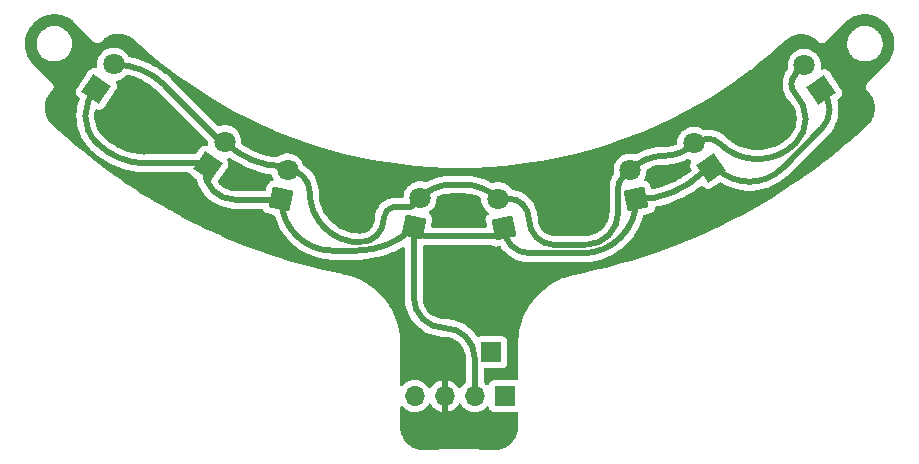
<source format=gbr>
%TF.GenerationSoftware,KiCad,Pcbnew,7.0.9*%
%TF.CreationDate,2025-01-15T22:01:11+09:00*%
%TF.ProjectId,line_front_back_robot2,6c696e65-5f66-4726-9f6e-74066261636b,rev?*%
%TF.SameCoordinates,Original*%
%TF.FileFunction,Copper,L2,Bot*%
%TF.FilePolarity,Positive*%
%FSLAX46Y46*%
G04 Gerber Fmt 4.6, Leading zero omitted, Abs format (unit mm)*
G04 Created by KiCad (PCBNEW 7.0.9) date 2025-01-15 22:01:11*
%MOMM*%
%LPD*%
G01*
G04 APERTURE LIST*
G04 Aperture macros list*
%AMRotRect*
0 Rectangle, with rotation*
0 The origin of the aperture is its center*
0 $1 length*
0 $2 width*
0 $3 Rotation angle, in degrees counterclockwise*
0 Add horizontal line*
21,1,$1,$2,0,0,$3*%
G04 Aperture macros list end*
%TA.AperFunction,ComponentPad*%
%ADD10RotRect,1.800000X1.800000X78.000000*%
%TD*%
%TA.AperFunction,ComponentPad*%
%ADD11C,1.800000*%
%TD*%
%TA.AperFunction,ComponentPad*%
%ADD12RotRect,1.800000X1.800000X102.000000*%
%TD*%
%TA.AperFunction,ComponentPad*%
%ADD13RotRect,1.800000X1.800000X125.000000*%
%TD*%
%TA.AperFunction,ComponentPad*%
%ADD14R,1.700000X1.700000*%
%TD*%
%TA.AperFunction,ComponentPad*%
%ADD15O,1.700000X1.700000*%
%TD*%
%TA.AperFunction,ComponentPad*%
%ADD16RotRect,1.800000X1.800000X55.000000*%
%TD*%
%TA.AperFunction,ViaPad*%
%ADD17C,0.800000*%
%TD*%
%TA.AperFunction,Conductor*%
%ADD18C,0.500000*%
%TD*%
G04 APERTURE END LIST*
D10*
%TO.P,Q10,1,C*%
%TO.N,+3.3V*%
X174756262Y-102614105D03*
D11*
%TO.P,Q10,2,E*%
%TO.N,Net-(Q1-E)*%
X175284358Y-100129610D03*
%TD*%
D12*
%TO.P,Q2,1,C*%
%TO.N,+3.3V*%
X193597947Y-100275554D03*
D11*
%TO.P,Q2,2,E*%
%TO.N,Net-(Q1-E)*%
X193069851Y-97791059D03*
%TD*%
D12*
%TO.P,Q1,1,C*%
%TO.N,+3.3V*%
X182394613Y-102687566D03*
D11*
%TO.P,Q1,2,E*%
%TO.N,Net-(Q1-E)*%
X181866517Y-100203071D03*
%TD*%
D13*
%TO.P,Q4,1,C*%
%TO.N,+3.3V*%
X209272680Y-91014723D03*
D11*
%TO.P,Q4,2,E*%
%TO.N,Net-(Q1-E)*%
X207815796Y-88934077D03*
%TD*%
D13*
%TO.P,Q3,1,C*%
%TO.N,+3.3V*%
X199902405Y-97612484D03*
D11*
%TO.P,Q3,2,E*%
%TO.N,Net-(Q1-E)*%
X198445521Y-95531838D03*
%TD*%
D10*
%TO.P,Q9,1,C*%
%TO.N,+3.3V*%
X163540453Y-100260781D03*
D11*
%TO.P,Q9,2,E*%
%TO.N,Net-(Q1-E)*%
X164068549Y-97776286D03*
%TD*%
D14*
%TO.P,J2,1,Pin_1*%
%TO.N,/PWM*%
X182456099Y-116907974D03*
D15*
%TO.P,J2,2,Pin_2*%
%TO.N,+3.3V*%
X179916099Y-116907974D03*
%TO.P,J2,3,Pin_3*%
%TO.N,GND*%
X177376099Y-116907974D03*
%TO.P,J2,4,Pin_4*%
%TO.N,/S*%
X174836099Y-116907974D03*
%TD*%
D14*
%TO.P,J3,1,Pin_1*%
%TO.N,+5V*%
X181323592Y-113220719D03*
%TD*%
D16*
%TO.P,Q7,1,C*%
%TO.N,+3.3V*%
X147888486Y-90917591D03*
D11*
%TO.P,Q7,2,E*%
%TO.N,Net-(Q1-E)*%
X149345370Y-88836945D03*
%TD*%
D16*
%TO.P,Q8,1,C*%
%TO.N,+3.3V*%
X157293176Y-97466202D03*
D11*
%TO.P,Q8,2,E*%
%TO.N,Net-(Q1-E)*%
X158750060Y-95385556D03*
%TD*%
D17*
%TO.N,GND*%
X148270000Y-93800000D03*
X161350000Y-103850000D03*
X187880000Y-100220000D03*
X196540000Y-98120000D03*
X193720000Y-104280000D03*
X178010000Y-114710000D03*
X202340000Y-94510000D03*
X178630000Y-119840000D03*
X202610000Y-91070000D03*
X204440000Y-92540000D03*
X201700000Y-100970000D03*
X172780000Y-108030000D03*
X169410000Y-100310000D03*
X176360000Y-115040000D03*
X178020000Y-101480000D03*
X212420000Y-92930000D03*
X153440000Y-99860000D03*
X153320000Y-93290000D03*
X197170000Y-100870000D03*
X160510000Y-98510000D03*
X177360000Y-104920000D03*
X145020000Y-92330000D03*
X184090000Y-108460000D03*
%TD*%
D18*
%TO.N,+3.3V*%
X179916099Y-116907974D02*
X179916099Y-113728050D01*
X181965072Y-103117107D02*
X182394613Y-102687566D01*
X174756262Y-102614105D02*
X175259264Y-103117107D01*
X159600610Y-100300000D02*
X163501234Y-100300000D01*
X157293176Y-97466202D02*
X157030000Y-97729378D01*
X199597516Y-97612484D02*
X199902405Y-97612484D01*
X205977513Y-97612487D02*
X209272682Y-94317317D01*
X174756262Y-108568262D02*
X174756262Y-102614105D01*
X175966371Y-103410000D02*
X181257965Y-103410000D01*
X167889635Y-104610000D02*
X169937780Y-104610000D01*
X199902405Y-97612484D02*
X200372484Y-97612484D01*
X152180370Y-97190761D02*
X157017735Y-97190761D01*
X163501234Y-100300000D02*
X163540453Y-100260781D01*
X199293719Y-97916281D02*
X199597516Y-97612484D01*
X152141131Y-97230000D02*
X152180370Y-97190761D01*
X184537053Y-104830000D02*
X189043498Y-104830000D01*
X157017735Y-97190761D02*
X157293176Y-97466202D01*
X200372484Y-97612484D02*
G75*
G03*
X205977513Y-97612487I2802516J2802484D01*
G01*
X169937780Y-104609994D02*
G75*
G03*
X174756262Y-102614105I20J6814294D01*
G01*
X209272661Y-94317296D02*
G75*
G03*
X209272680Y-91014723I-1651261J1651296D01*
G01*
X182394700Y-102687566D02*
G75*
G03*
X184537053Y-104830000I2142400J-34D01*
G01*
X181257965Y-103409975D02*
G75*
G03*
X181965072Y-103117107I35J999975D01*
G01*
X193597947Y-100275577D02*
G75*
G03*
X199293719Y-97916281I-47J8055077D01*
G01*
X179916114Y-113728050D02*
G75*
G03*
X177338011Y-111149986I-2578114J-50D01*
G01*
X189043498Y-104830047D02*
G75*
G03*
X193597947Y-100275554I2J4554447D01*
G01*
X174756314Y-108568262D02*
G75*
G03*
X177338011Y-111149986I2581686J-38D01*
G01*
X163540400Y-100260781D02*
G75*
G03*
X167889635Y-104610000I4349200J-19D01*
G01*
X157030000Y-97729378D02*
G75*
G03*
X159600610Y-100300000I2570600J-22D01*
G01*
X147888477Y-95468499D02*
G75*
G03*
X152141131Y-97230000I4252623J4252599D01*
G01*
X175259279Y-103117092D02*
G75*
G03*
X175966371Y-103410000I707121J707092D01*
G01*
X147888488Y-90917593D02*
G75*
G03*
X147888488Y-95468488I2275452J-2275447D01*
G01*
%TO.N,Net-(Q1-E)*%
X158455506Y-95385556D02*
X153718151Y-90648201D01*
X179010335Y-99020000D02*
X177963178Y-99020000D01*
X198445521Y-95531838D02*
X198389957Y-95587402D01*
X158774247Y-95409743D02*
X158750060Y-95385556D01*
X181866517Y-100203071D02*
X182770874Y-100203071D01*
X164068549Y-97776286D02*
X163772263Y-97480000D01*
X172210000Y-101890000D02*
X172210000Y-101902305D01*
X174508158Y-100905810D02*
X173007243Y-100905810D01*
X198718162Y-95531838D02*
X198445521Y-95531838D01*
X175284358Y-100129610D02*
X174508158Y-100905810D01*
X192373387Y-98487523D02*
X193069851Y-97791059D01*
X186697715Y-104130000D02*
X189264014Y-104130000D01*
X158750060Y-95385556D02*
X158455506Y-95385556D01*
X192080494Y-99194630D02*
X192080481Y-101313550D01*
X207815796Y-88934077D02*
X207068204Y-89681670D01*
X170202309Y-103910000D02*
G75*
G03*
X172210000Y-101902305I-9J2007700D01*
G01*
X200641816Y-95531863D02*
G75*
G03*
X207068206Y-95531842I3213184J3213163D01*
G01*
X207068181Y-95531817D02*
G75*
G03*
X207068208Y-91348210I-2091781J2091817D01*
G01*
X200641839Y-95531840D02*
G75*
G03*
X198718162Y-95531838I-961839J-961860D01*
G01*
X196017731Y-96569968D02*
G75*
G03*
X198389957Y-95587402I69J3354768D01*
G01*
X181866490Y-100203098D02*
G75*
G03*
X179010335Y-99020000I-2856190J-2856102D01*
G01*
X165940000Y-99647735D02*
G75*
G03*
X170202309Y-103910000I4262300J35D01*
G01*
X184500000Y-101932249D02*
G75*
G03*
X186697715Y-104130000I2197700J-51D01*
G01*
X165940014Y-99647735D02*
G75*
G03*
X164068549Y-97776286I-1871414J35D01*
G01*
X184500029Y-101932249D02*
G75*
G03*
X182770874Y-100203071I-1729129J49D01*
G01*
X192373371Y-98487507D02*
G75*
G03*
X192080494Y-99194630I707129J-707093D01*
G01*
X153718163Y-90648189D02*
G75*
G03*
X149345370Y-88836945I-4372763J-4372811D01*
G01*
X173007238Y-100905787D02*
G75*
G03*
X172210000Y-101890000I213962J-988313D01*
G01*
X158774252Y-95409738D02*
G75*
G03*
X163772263Y-97480000I4998048J4998038D01*
G01*
X196017731Y-96570018D02*
G75*
G03*
X193069851Y-97791059I-31J-4168882D01*
G01*
X207068167Y-89681633D02*
G75*
G03*
X207068209Y-91348209I833333J-833267D01*
G01*
X189264014Y-104129981D02*
G75*
G03*
X192080481Y-101313550I-14J2816481D01*
G01*
X177963178Y-99019983D02*
G75*
G03*
X175284359Y-100129611I22J-3788417D01*
G01*
%TD*%
%TA.AperFunction,Conductor*%
%TO.N,GND*%
G36*
X177626099Y-118238607D02*
G01*
X177839582Y-118181407D01*
X177839591Y-118181403D01*
X178053677Y-118081574D01*
X178247181Y-117946079D01*
X178414204Y-117779056D01*
X178544218Y-117593379D01*
X178598795Y-117549755D01*
X178668294Y-117542562D01*
X178730648Y-117574084D01*
X178747368Y-117593379D01*
X178877604Y-117779375D01*
X179044698Y-117946469D01*
X179141483Y-118014239D01*
X179238264Y-118082006D01*
X179238266Y-118082007D01*
X179238269Y-118082009D01*
X179452436Y-118181877D01*
X179680691Y-118243037D01*
X179857133Y-118258474D01*
X179916098Y-118263633D01*
X179916099Y-118263633D01*
X179916100Y-118263633D01*
X179975065Y-118258474D01*
X180151507Y-118243037D01*
X180379762Y-118181877D01*
X180593929Y-118082009D01*
X180787500Y-117946469D01*
X180909428Y-117824540D01*
X180970747Y-117791058D01*
X181040439Y-117796042D01*
X181096373Y-117837913D01*
X181113288Y-117868891D01*
X181162301Y-118000302D01*
X181162305Y-118000309D01*
X181248551Y-118115518D01*
X181248554Y-118115521D01*
X181363763Y-118201767D01*
X181363770Y-118201771D01*
X181498616Y-118252065D01*
X181498615Y-118252065D01*
X181505543Y-118252809D01*
X181558226Y-118258474D01*
X183353971Y-118258473D01*
X183404125Y-118253081D01*
X183413583Y-118252065D01*
X183426647Y-118247192D01*
X183496338Y-118242205D01*
X183557663Y-118275688D01*
X183591149Y-118337010D01*
X183593984Y-118363372D01*
X183593984Y-119486152D01*
X183593862Y-119490027D01*
X183590819Y-119538393D01*
X183588000Y-119583192D01*
X183577195Y-119741667D01*
X183576239Y-119749075D01*
X183553962Y-119865847D01*
X183526460Y-119998626D01*
X183524713Y-120005217D01*
X183486469Y-120122910D01*
X183442615Y-120246734D01*
X183440269Y-120252439D01*
X183386669Y-120366332D01*
X183327090Y-120481747D01*
X183324342Y-120486534D01*
X183257028Y-120592591D01*
X183255404Y-120595020D01*
X183181871Y-120699632D01*
X183178916Y-120703503D01*
X183098541Y-120800645D01*
X183096186Y-120803331D01*
X183009384Y-120896726D01*
X183006407Y-120899718D01*
X182914401Y-120986102D01*
X182911227Y-120988885D01*
X182812570Y-121069618D01*
X182809743Y-121071799D01*
X182707724Y-121145904D01*
X182703674Y-121148609D01*
X182594665Y-121215395D01*
X182592137Y-121216862D01*
X182482007Y-121277390D01*
X182477056Y-121279830D01*
X182358159Y-121332005D01*
X182241100Y-121378334D01*
X182235258Y-121380317D01*
X182108910Y-121416289D01*
X181989057Y-121447042D01*
X181982370Y-121448371D01*
X181848101Y-121467461D01*
X181730155Y-121482341D01*
X181722705Y-121482828D01*
X181565831Y-121483632D01*
X181470304Y-121483616D01*
X181466410Y-121483493D01*
X180894837Y-121447437D01*
X179745850Y-121404383D01*
X178596138Y-121390696D01*
X177446452Y-121406384D01*
X176297541Y-121451438D01*
X176255477Y-121454165D01*
X175725803Y-121488503D01*
X175721905Y-121488633D01*
X175628650Y-121488804D01*
X175469449Y-121488261D01*
X175461987Y-121487785D01*
X175343940Y-121473074D01*
X175209476Y-121454165D01*
X175202779Y-121452844D01*
X175082771Y-121422229D01*
X174956222Y-121386386D01*
X174950370Y-121384410D01*
X174833153Y-121338189D01*
X174714031Y-121286090D01*
X174709072Y-121283653D01*
X174638035Y-121244716D01*
X174598786Y-121223202D01*
X174596267Y-121221743D01*
X174487016Y-121154972D01*
X174482959Y-121152268D01*
X174380795Y-121078213D01*
X174377962Y-121076032D01*
X174279096Y-120995282D01*
X174275916Y-120992499D01*
X174236771Y-120955810D01*
X174183741Y-120906107D01*
X174180773Y-120903128D01*
X174093795Y-120809693D01*
X174091435Y-120807007D01*
X174010913Y-120709833D01*
X174007958Y-120705968D01*
X173934253Y-120601257D01*
X173932649Y-120598859D01*
X173928665Y-120592591D01*
X173907889Y-120559900D01*
X173865184Y-120492706D01*
X173862431Y-120487915D01*
X173802736Y-120372418D01*
X173749028Y-120258437D01*
X173746677Y-120252726D01*
X173702713Y-120128734D01*
X173695828Y-120107571D01*
X173664403Y-120010978D01*
X173662660Y-120004415D01*
X173635074Y-119871370D01*
X173634019Y-119865847D01*
X173612764Y-119754565D01*
X173611811Y-119747184D01*
X173600954Y-119588123D01*
X173597267Y-119529602D01*
X173595107Y-119495293D01*
X173594984Y-119491395D01*
X173594984Y-117876117D01*
X173614669Y-117809078D01*
X173667473Y-117763323D01*
X173736631Y-117753379D01*
X173800187Y-117782404D01*
X173806665Y-117788436D01*
X173964698Y-117946469D01*
X174061483Y-118014239D01*
X174158264Y-118082006D01*
X174158266Y-118082007D01*
X174158269Y-118082009D01*
X174372436Y-118181877D01*
X174600691Y-118243037D01*
X174777133Y-118258474D01*
X174836098Y-118263633D01*
X174836099Y-118263633D01*
X174836100Y-118263633D01*
X174895065Y-118258474D01*
X175071507Y-118243037D01*
X175299762Y-118181877D01*
X175513929Y-118082009D01*
X175707500Y-117946469D01*
X175874594Y-117779375D01*
X176004829Y-117593379D01*
X176059406Y-117549755D01*
X176128904Y-117542561D01*
X176191259Y-117574084D01*
X176207978Y-117593379D01*
X176337989Y-117779052D01*
X176505016Y-117946079D01*
X176698520Y-118081574D01*
X176912606Y-118181403D01*
X176912615Y-118181407D01*
X177126099Y-118238608D01*
X177126099Y-117343475D01*
X177233784Y-117392654D01*
X177340336Y-117407974D01*
X177411862Y-117407974D01*
X177518414Y-117392654D01*
X177626099Y-117343475D01*
X177626099Y-118238607D01*
G37*
%TD.AperFunction*%
%TA.AperFunction,Conductor*%
G36*
X213088070Y-84596574D02*
G01*
X213093528Y-84596881D01*
X213251766Y-84612918D01*
X213393603Y-84632510D01*
X213398723Y-84633440D01*
X213553673Y-84668389D01*
X213671867Y-84700201D01*
X213692339Y-84705711D01*
X213697051Y-84707182D01*
X213811263Y-84747926D01*
X213845207Y-84760035D01*
X213847866Y-84761053D01*
X213979851Y-84815087D01*
X213984036Y-84816987D01*
X214124583Y-84887233D01*
X214127352Y-84888707D01*
X214251636Y-84958920D01*
X214255342Y-84961189D01*
X214279624Y-84977248D01*
X214386333Y-85047822D01*
X214389097Y-85049762D01*
X214503693Y-85135068D01*
X214506807Y-85137548D01*
X214626367Y-85239310D01*
X214629144Y-85241823D01*
X214661449Y-85272871D01*
X214732135Y-85340808D01*
X214734734Y-85343462D01*
X214841129Y-85458863D01*
X214843773Y-85461925D01*
X214933529Y-85573018D01*
X214935620Y-85575758D01*
X215027368Y-85703198D01*
X215029769Y-85706793D01*
X215077315Y-85783666D01*
X215104836Y-85828164D01*
X215106423Y-85830882D01*
X215182190Y-85968542D01*
X215184276Y-85972692D01*
X215243485Y-86102394D01*
X215244607Y-86105011D01*
X215303288Y-86250946D01*
X215304948Y-86255603D01*
X215347745Y-86392701D01*
X215388802Y-86546119D01*
X215389942Y-86551237D01*
X215415137Y-86692160D01*
X215437430Y-86849594D01*
X215437961Y-86855114D01*
X215445264Y-86997502D01*
X215448423Y-87156782D01*
X215448263Y-87162624D01*
X215437723Y-87304005D01*
X215421604Y-87463047D01*
X215420683Y-87469121D01*
X215392736Y-87606931D01*
X215357371Y-87763734D01*
X215355628Y-87769938D01*
X215311186Y-87901513D01*
X215256687Y-88054283D01*
X215254080Y-88060502D01*
X215194830Y-88182722D01*
X215121052Y-88330333D01*
X215117551Y-88336443D01*
X215047338Y-88444302D01*
X214952519Y-88587670D01*
X214948120Y-88593536D01*
X214892349Y-88659408D01*
X214754418Y-88821464D01*
X214751904Y-88824242D01*
X213152703Y-90488154D01*
X213151910Y-90488976D01*
X213126910Y-90514911D01*
X213115777Y-90526460D01*
X213065227Y-90617489D01*
X213039619Y-90718412D01*
X213039619Y-90718413D01*
X213039619Y-90718414D01*
X213040651Y-90822533D01*
X213044875Y-90837895D01*
X213068256Y-90922930D01*
X213120604Y-91012942D01*
X213120606Y-91012944D01*
X213143428Y-91035697D01*
X213157062Y-91049291D01*
X213157398Y-91049627D01*
X213157400Y-91049630D01*
X213213729Y-91105957D01*
X213216545Y-91108968D01*
X213269271Y-91169258D01*
X213393327Y-91312859D01*
X213398110Y-91319167D01*
X213464247Y-91419047D01*
X213545882Y-91547353D01*
X213549371Y-91553607D01*
X213604964Y-91668345D01*
X213664245Y-91800810D01*
X213666557Y-91806784D01*
X213707380Y-91931018D01*
X213746104Y-92068294D01*
X213747389Y-92073799D01*
X213771298Y-92202420D01*
X213771826Y-92205770D01*
X213789854Y-92344650D01*
X213790292Y-92349529D01*
X213796870Y-92480761D01*
X213796939Y-92484905D01*
X213794598Y-92624571D01*
X213794390Y-92628712D01*
X213783415Y-92759646D01*
X213782814Y-92764507D01*
X213760140Y-92902714D01*
X213759499Y-92906045D01*
X213731296Y-93033773D01*
X213729827Y-93039231D01*
X213686522Y-93175139D01*
X213641554Y-93297943D01*
X213639043Y-93303837D01*
X213575362Y-93434227D01*
X213515947Y-93547046D01*
X213512251Y-93553178D01*
X213426364Y-93678674D01*
X213356924Y-93776267D01*
X213351929Y-93782415D01*
X213220845Y-93924222D01*
X213168929Y-93979713D01*
X213165394Y-93983201D01*
X212608774Y-94490000D01*
X212164545Y-94893929D01*
X211613439Y-95369580D01*
X211123739Y-95790533D01*
X210567201Y-96245668D01*
X210058974Y-96658487D01*
X209493533Y-97096383D01*
X209479123Y-97107437D01*
X208971020Y-97497166D01*
X208395791Y-97918705D01*
X207860708Y-98305933D01*
X207275428Y-98711410D01*
X206728860Y-99084193D01*
X206133688Y-99473562D01*
X205576240Y-99831421D01*
X204971431Y-100204556D01*
X204403823Y-100546988D01*
X203789579Y-100903792D01*
X203212388Y-101230421D01*
X202589082Y-101570695D01*
X202002893Y-101881178D01*
X201370775Y-102204789D01*
X200776217Y-102498789D01*
X200135676Y-102805539D01*
X199533209Y-103082832D01*
X198884716Y-103372492D01*
X198274894Y-103632831D01*
X197618668Y-103905290D01*
X197002366Y-104148323D01*
X196338573Y-104403490D01*
X195716506Y-104628976D01*
X195045401Y-104866710D01*
X194418466Y-105074386D01*
X193740098Y-105294612D01*
X193109428Y-105484194D01*
X192423642Y-105686875D01*
X191791571Y-105857825D01*
X191096910Y-106043232D01*
X190469308Y-106194339D01*
X189760980Y-106363391D01*
X189189610Y-106484230D01*
X188435750Y-106643129D01*
X188209704Y-106687632D01*
X187946080Y-106760858D01*
X187872827Y-106778392D01*
X187861580Y-106784328D01*
X187797942Y-106802005D01*
X187767415Y-106810485D01*
X187767410Y-106810486D01*
X187548958Y-106889584D01*
X187335796Y-106966766D01*
X186917379Y-107155561D01*
X186514605Y-107375765D01*
X186514602Y-107375767D01*
X186129825Y-107626097D01*
X185765295Y-107905088D01*
X185765293Y-107905090D01*
X185765293Y-107905089D01*
X185423134Y-108211115D01*
X185423135Y-108211115D01*
X185105360Y-108542376D01*
X185105361Y-108542375D01*
X185048136Y-108611971D01*
X184813819Y-108896943D01*
X184550211Y-109272748D01*
X184455851Y-109431880D01*
X184331960Y-109640813D01*
X184316082Y-109667589D01*
X184316082Y-109667588D01*
X184112799Y-110079159D01*
X183941542Y-110505070D01*
X183941542Y-110505071D01*
X183906421Y-110616302D01*
X183803327Y-110942804D01*
X183698951Y-111389821D01*
X183698951Y-111389824D01*
X183698950Y-111389824D01*
X183629026Y-111843510D01*
X183593964Y-112301202D01*
X183593984Y-112530724D01*
X183593984Y-115452575D01*
X183574299Y-115519614D01*
X183521495Y-115565369D01*
X183452337Y-115575313D01*
X183426652Y-115568757D01*
X183413584Y-115563883D01*
X183413582Y-115563882D01*
X183353982Y-115557475D01*
X183353980Y-115557474D01*
X183353972Y-115557474D01*
X183353963Y-115557474D01*
X181558228Y-115557474D01*
X181558222Y-115557475D01*
X181498615Y-115563882D01*
X181363770Y-115614176D01*
X181363763Y-115614180D01*
X181248554Y-115700426D01*
X181248551Y-115700429D01*
X181162305Y-115815638D01*
X181162302Y-115815643D01*
X181113288Y-115947057D01*
X181071416Y-116002990D01*
X181005952Y-116027407D01*
X180937679Y-116012555D01*
X180909425Y-115991404D01*
X180787502Y-115869481D01*
X180787501Y-115869480D01*
X180787500Y-115869479D01*
X180752469Y-115844950D01*
X180719474Y-115821846D01*
X180675850Y-115767268D01*
X180666599Y-115720272D01*
X180666599Y-114695218D01*
X180686284Y-114628179D01*
X180739088Y-114582424D01*
X180790599Y-114571218D01*
X182221463Y-114571218D01*
X182221464Y-114571218D01*
X182281075Y-114564810D01*
X182415923Y-114514515D01*
X182531138Y-114428265D01*
X182617388Y-114313050D01*
X182667683Y-114178202D01*
X182674092Y-114118592D01*
X182674091Y-112322847D01*
X182667683Y-112263236D01*
X182617388Y-112128388D01*
X182617387Y-112128387D01*
X182617385Y-112128383D01*
X182531139Y-112013174D01*
X182531136Y-112013171D01*
X182415927Y-111926925D01*
X182415920Y-111926921D01*
X182281074Y-111876627D01*
X182281075Y-111876627D01*
X182221475Y-111870220D01*
X182221473Y-111870219D01*
X182221465Y-111870219D01*
X182221456Y-111870219D01*
X180425721Y-111870219D01*
X180425715Y-111870220D01*
X180366107Y-111876628D01*
X180250690Y-111919675D01*
X180180999Y-111924659D01*
X180119676Y-111891173D01*
X180107044Y-111876384D01*
X179928350Y-111630437D01*
X179928346Y-111630433D01*
X179928346Y-111630432D01*
X179694899Y-111371167D01*
X179435625Y-111137720D01*
X179435617Y-111137713D01*
X179153370Y-110932650D01*
X179153357Y-110932642D01*
X178851243Y-110758218D01*
X178851229Y-110758211D01*
X178851225Y-110758209D01*
X178532502Y-110616305D01*
X178532497Y-110616303D01*
X178532494Y-110616302D01*
X178200689Y-110508493D01*
X178200687Y-110508492D01*
X177906453Y-110445951D01*
X177859431Y-110435956D01*
X177647510Y-110413681D01*
X177512451Y-110399486D01*
X177416891Y-110399486D01*
X177416889Y-110399486D01*
X177340045Y-110399486D01*
X177335989Y-110399353D01*
X177103040Y-110384086D01*
X177094990Y-110383026D01*
X176868044Y-110337883D01*
X176860203Y-110335782D01*
X176836996Y-110327904D01*
X176641078Y-110261399D01*
X176633594Y-110258299D01*
X176426051Y-110155950D01*
X176419021Y-110151891D01*
X176226621Y-110023333D01*
X176220180Y-110018390D01*
X176046208Y-109865819D01*
X176040467Y-109860078D01*
X175887898Y-109686105D01*
X175882956Y-109679664D01*
X175754399Y-109487263D01*
X175750340Y-109480231D01*
X175647997Y-109272695D01*
X175644890Y-109265194D01*
X175630640Y-109223213D01*
X175570508Y-109046065D01*
X175568413Y-109038244D01*
X175523269Y-108811276D01*
X175522211Y-108803234D01*
X175509855Y-108614680D01*
X175506894Y-108569508D01*
X175506762Y-108565454D01*
X175506762Y-108542373D01*
X175506763Y-108489392D01*
X175506762Y-108489387D01*
X175506762Y-104284543D01*
X175526447Y-104217504D01*
X175579251Y-104171749D01*
X175593326Y-104166461D01*
X175594235Y-104166040D01*
X175594239Y-104166040D01*
X175627999Y-104150427D01*
X175696231Y-104140035D01*
X175851617Y-104160497D01*
X175869579Y-104160497D01*
X175869619Y-104160500D01*
X175878650Y-104160500D01*
X175966348Y-104160500D01*
X175966349Y-104160500D01*
X176045230Y-104160502D01*
X176045234Y-104160500D01*
X176048565Y-104160501D01*
X176048600Y-104160500D01*
X181303111Y-104160500D01*
X181303908Y-104160476D01*
X181360622Y-104160478D01*
X181417163Y-104177082D01*
X181417957Y-104175367D01*
X181426004Y-104179088D01*
X181426006Y-104179090D01*
X181556636Y-104239501D01*
X181698994Y-104260660D01*
X181758634Y-104254536D01*
X181979569Y-104207574D01*
X182049233Y-104212890D01*
X182104967Y-104255026D01*
X182110340Y-104262890D01*
X182150732Y-104327176D01*
X182174015Y-104364231D01*
X182174024Y-104364244D01*
X182376595Y-104618269D01*
X182376598Y-104618272D01*
X182606338Y-104848022D01*
X182606342Y-104848025D01*
X182606347Y-104848030D01*
X182860378Y-105050621D01*
X183135494Y-105223495D01*
X183428236Y-105364479D01*
X183734923Y-105471801D01*
X183734932Y-105471803D01*
X184051676Y-105544106D01*
X184051685Y-105544107D01*
X184051697Y-105544110D01*
X184274250Y-105569190D01*
X184374571Y-105580496D01*
X184374575Y-105580496D01*
X184440268Y-105580496D01*
X184440303Y-105580500D01*
X184449332Y-105580500D01*
X184537036Y-105580500D01*
X184537037Y-105580500D01*
X184615917Y-105580502D01*
X184615921Y-105580500D01*
X184619252Y-105580501D01*
X184619287Y-105580500D01*
X188964617Y-105580500D01*
X188992089Y-105580500D01*
X188992249Y-105580547D01*
X189043498Y-105580547D01*
X189262911Y-105580547D01*
X189262913Y-105580547D01*
X189481579Y-105562428D01*
X189700248Y-105544309D01*
X189700249Y-105544309D01*
X190133094Y-105472079D01*
X190557993Y-105364479D01*
X190558495Y-105364352D01*
X190558497Y-105364351D01*
X190558502Y-105364350D01*
X190774017Y-105290362D01*
X190973550Y-105221863D01*
X191268567Y-105092456D01*
X191375427Y-105045583D01*
X191761352Y-104836728D01*
X191761353Y-104836726D01*
X191761359Y-104836724D01*
X192128734Y-104596704D01*
X192427413Y-104364231D01*
X192475021Y-104327176D01*
X192475024Y-104327173D01*
X192475032Y-104327167D01*
X192797890Y-104029953D01*
X193095100Y-103707093D01*
X193276591Y-103473911D01*
X193364636Y-103360790D01*
X193364635Y-103360790D01*
X193364752Y-103360612D01*
X193507483Y-103142143D01*
X193604649Y-102993417D01*
X193714041Y-102791274D01*
X193813508Y-102607473D01*
X193813512Y-102607465D01*
X193989780Y-102205608D01*
X194132269Y-101790541D01*
X194132268Y-101790542D01*
X194165987Y-101657380D01*
X194201525Y-101597224D01*
X194260409Y-101566530D01*
X194816286Y-101448375D01*
X194873262Y-101429713D01*
X194994706Y-101352481D01*
X195089471Y-101244161D01*
X195149882Y-101113531D01*
X195171041Y-100971173D01*
X195171040Y-100971171D01*
X195171253Y-100969744D01*
X195200580Y-100906327D01*
X195259537Y-100868832D01*
X195271542Y-100866007D01*
X195446912Y-100833870D01*
X195446913Y-100833869D01*
X195446917Y-100833869D01*
X195568717Y-100803847D01*
X195963599Y-100706515D01*
X196471655Y-100548196D01*
X196969224Y-100359490D01*
X197147979Y-100279038D01*
X197454490Y-100141087D01*
X197925685Y-99893783D01*
X197925684Y-99893783D01*
X198381091Y-99618477D01*
X198381092Y-99618477D01*
X198819042Y-99316179D01*
X198819041Y-99316180D01*
X198978106Y-99191559D01*
X199081932Y-99110215D01*
X199146843Y-99084366D01*
X199215426Y-99097714D01*
X199259980Y-99136703D01*
X199298853Y-99192220D01*
X199298859Y-99192228D01*
X199298860Y-99192229D01*
X199338301Y-99237384D01*
X199456846Y-99318996D01*
X199456847Y-99318996D01*
X199456848Y-99318997D01*
X199497421Y-99332322D01*
X199593579Y-99363903D01*
X199593582Y-99363904D01*
X199737432Y-99368471D01*
X199876741Y-99332325D01*
X199929247Y-99303384D01*
X200587993Y-98842123D01*
X200654196Y-98819798D01*
X200721112Y-98836312D01*
X200867351Y-98920744D01*
X200996308Y-98995198D01*
X201129321Y-99057223D01*
X201369362Y-99169157D01*
X201756161Y-99309942D01*
X202153759Y-99416479D01*
X202559129Y-99487957D01*
X202969186Y-99523833D01*
X203380809Y-99523833D01*
X203790866Y-99487958D01*
X204196236Y-99416480D01*
X204593834Y-99309943D01*
X204593840Y-99309941D01*
X204719143Y-99264334D01*
X204980633Y-99169159D01*
X204980636Y-99169157D01*
X204980643Y-99169155D01*
X204980644Y-99169155D01*
X205353689Y-98995201D01*
X205710166Y-98789386D01*
X205710165Y-98789387D01*
X206047342Y-98553292D01*
X206047342Y-98553291D01*
X206047348Y-98553287D01*
X206362669Y-98288699D01*
X206428728Y-98222637D01*
X206428730Y-98222637D01*
X206446168Y-98205199D01*
X206446169Y-98205199D01*
X209834272Y-94817094D01*
X209834275Y-94817089D01*
X209835194Y-94816171D01*
X209835869Y-94815455D01*
X209917686Y-94733641D01*
X209917686Y-94733640D01*
X209917693Y-94733634D01*
X210121241Y-94482278D01*
X210297400Y-94211022D01*
X210444240Y-93922838D01*
X210560153Y-93620884D01*
X210643867Y-93308467D01*
X210694466Y-92989012D01*
X210711395Y-92666018D01*
X210694469Y-92343023D01*
X210643874Y-92023567D01*
X210607849Y-91889118D01*
X210609512Y-91819272D01*
X210648674Y-91761409D01*
X210656476Y-91755471D01*
X210852425Y-91618268D01*
X210897580Y-91578827D01*
X210979192Y-91460282D01*
X211024100Y-91323546D01*
X211028667Y-91179696D01*
X210992521Y-91040387D01*
X210963580Y-90987881D01*
X209876225Y-89434978D01*
X209836784Y-89389823D01*
X209718239Y-89308211D01*
X209718238Y-89308210D01*
X209718236Y-89308209D01*
X209581503Y-89263303D01*
X209581506Y-89263303D01*
X209473615Y-89259877D01*
X209437653Y-89258736D01*
X209437652Y-89258736D01*
X209420051Y-89263303D01*
X209357993Y-89279404D01*
X209288160Y-89277188D01*
X209230610Y-89237568D01*
X209203616Y-89173123D01*
X209203276Y-89149139D01*
X209221096Y-88934082D01*
X209221096Y-88934070D01*
X209201931Y-88702779D01*
X209201929Y-88702768D01*
X209144953Y-88477776D01*
X209051720Y-88265228D01*
X208924779Y-88070929D01*
X208924776Y-88070926D01*
X208924775Y-88070924D01*
X208767580Y-87900164D01*
X208767575Y-87900160D01*
X208767573Y-87900158D01*
X208584430Y-87757612D01*
X208584424Y-87757608D01*
X208380300Y-87647141D01*
X208380291Y-87647138D01*
X208160780Y-87571779D01*
X207974854Y-87540754D01*
X207931845Y-87533577D01*
X207699747Y-87533577D01*
X207656738Y-87540754D01*
X207470811Y-87571779D01*
X207251300Y-87647138D01*
X207251291Y-87647141D01*
X207047167Y-87757608D01*
X207047161Y-87757612D01*
X206864018Y-87900158D01*
X206864015Y-87900161D01*
X206864012Y-87900163D01*
X206864012Y-87900164D01*
X206834820Y-87931875D01*
X206706812Y-88070929D01*
X206579871Y-88265228D01*
X206486638Y-88477776D01*
X206429662Y-88702768D01*
X206429660Y-88702779D01*
X206410496Y-88934070D01*
X206410496Y-88934083D01*
X206429661Y-89165376D01*
X206429662Y-89165385D01*
X206433756Y-89181551D01*
X206431130Y-89251371D01*
X206411929Y-89287471D01*
X206384038Y-89323823D01*
X206294145Y-89440983D01*
X206294137Y-89440995D01*
X206167729Y-89659958D01*
X206167722Y-89659972D01*
X206070973Y-89893564D01*
X206070967Y-89893581D01*
X206005529Y-90137827D01*
X205988183Y-90269617D01*
X205972533Y-90388520D01*
X205972533Y-90388523D01*
X205972533Y-90388524D01*
X205972538Y-90641376D01*
X206005549Y-90892074D01*
X206070997Y-91136308D01*
X206071003Y-91136324D01*
X206167763Y-91369911D01*
X206167767Y-91369919D01*
X206294199Y-91588898D01*
X206448132Y-91789501D01*
X206477904Y-91819272D01*
X206526721Y-91868089D01*
X206531447Y-91872814D01*
X206536188Y-91877555D01*
X206538743Y-91880270D01*
X206711823Y-92075639D01*
X206716445Y-92081538D01*
X206863625Y-92294766D01*
X206867501Y-92301179D01*
X206942597Y-92444263D01*
X206970452Y-92497337D01*
X206987910Y-92530599D01*
X206990979Y-92537417D01*
X207079454Y-92770710D01*
X207082858Y-92779686D01*
X207085087Y-92786841D01*
X207147091Y-93038409D01*
X207148441Y-93045780D01*
X207179671Y-93302987D01*
X207180123Y-93310467D01*
X207180122Y-93569560D01*
X207179669Y-93577040D01*
X207148437Y-93834244D01*
X207147086Y-93841615D01*
X207085078Y-94093183D01*
X207082848Y-94100337D01*
X206990971Y-94342596D01*
X206987895Y-94349430D01*
X206867486Y-94578846D01*
X206863609Y-94585259D01*
X206716429Y-94798483D01*
X206711807Y-94804382D01*
X206539538Y-94998829D01*
X206534765Y-95003657D01*
X206263931Y-95249131D01*
X206259224Y-95252994D01*
X205965093Y-95471140D01*
X205960032Y-95474522D01*
X205645932Y-95662790D01*
X205640563Y-95665660D01*
X205309531Y-95822230D01*
X205303906Y-95824560D01*
X205178522Y-95869424D01*
X204959116Y-95947929D01*
X204953297Y-95949695D01*
X204598071Y-96038675D01*
X204592100Y-96039863D01*
X204229871Y-96093596D01*
X204223812Y-96094193D01*
X203858056Y-96112164D01*
X203851967Y-96112164D01*
X203486210Y-96094196D01*
X203480152Y-96093600D01*
X203117922Y-96039868D01*
X203111951Y-96038681D01*
X202756726Y-95949701D01*
X202750900Y-95947934D01*
X202531512Y-95869436D01*
X202406120Y-95824570D01*
X202400500Y-95822242D01*
X202069450Y-95665667D01*
X202064081Y-95662797D01*
X201749994Y-95474540D01*
X201744932Y-95471158D01*
X201450799Y-95253012D01*
X201446093Y-95249150D01*
X201174123Y-95002651D01*
X201171920Y-95000553D01*
X201074696Y-94903331D01*
X201074692Y-94903327D01*
X200994000Y-94841411D01*
X200855186Y-94734896D01*
X200855175Y-94734889D01*
X200762199Y-94681210D01*
X200615557Y-94596548D01*
X200615553Y-94596546D01*
X200615547Y-94596543D01*
X200359944Y-94490670D01*
X200359932Y-94490666D01*
X200359929Y-94490665D01*
X200268750Y-94466234D01*
X200092678Y-94419056D01*
X200092664Y-94419053D01*
X199818356Y-94382940D01*
X199818351Y-94382939D01*
X199818346Y-94382939D01*
X199541657Y-94382939D01*
X199541655Y-94382939D01*
X199343246Y-94409058D01*
X199274211Y-94398292D01*
X199250901Y-94383973D01*
X199214154Y-94355373D01*
X199214149Y-94355369D01*
X199010025Y-94244902D01*
X199010016Y-94244899D01*
X198790505Y-94169540D01*
X198618803Y-94140888D01*
X198561570Y-94131338D01*
X198329472Y-94131338D01*
X198283685Y-94138978D01*
X198100536Y-94169540D01*
X197881025Y-94244899D01*
X197881016Y-94244902D01*
X197676892Y-94355369D01*
X197676886Y-94355373D01*
X197493743Y-94497919D01*
X197493740Y-94497922D01*
X197336537Y-94668690D01*
X197209596Y-94862989D01*
X197116363Y-95075537D01*
X197059387Y-95300529D01*
X197059385Y-95300541D01*
X197040093Y-95533365D01*
X197014940Y-95598550D01*
X196963970Y-95637686D01*
X196881117Y-95672005D01*
X196874548Y-95674303D01*
X196600605Y-95753219D01*
X196593821Y-95754768D01*
X196312774Y-95802514D01*
X196305860Y-95803293D01*
X196018907Y-95819402D01*
X196015430Y-95819499D01*
X195941975Y-95819498D01*
X195938866Y-95819498D01*
X195938865Y-95819498D01*
X195935689Y-95819498D01*
X195935322Y-95819516D01*
X195824448Y-95819516D01*
X195439080Y-95849843D01*
X195439075Y-95849843D01*
X195439072Y-95849844D01*
X195289868Y-95873474D01*
X195057271Y-95910312D01*
X195057265Y-95910313D01*
X195057261Y-95910314D01*
X194927481Y-95941470D01*
X194681372Y-96000555D01*
X194313721Y-96120010D01*
X194313720Y-96120011D01*
X193956575Y-96267944D01*
X193825863Y-96334545D01*
X193612138Y-96443442D01*
X193612134Y-96443445D01*
X193606441Y-96446932D01*
X193538994Y-96465169D01*
X193501400Y-96458479D01*
X193414835Y-96428761D01*
X193243133Y-96400109D01*
X193185900Y-96390559D01*
X192953802Y-96390559D01*
X192908015Y-96398199D01*
X192724866Y-96428761D01*
X192505355Y-96504120D01*
X192505346Y-96504123D01*
X192301222Y-96614590D01*
X192301216Y-96614594D01*
X192118073Y-96757140D01*
X192118070Y-96757143D01*
X192118067Y-96757145D01*
X192118067Y-96757146D01*
X192091454Y-96786056D01*
X191960867Y-96927911D01*
X191833926Y-97122210D01*
X191740693Y-97334758D01*
X191683717Y-97559750D01*
X191683715Y-97559761D01*
X191664551Y-97791052D01*
X191664551Y-97791065D01*
X191683715Y-98022356D01*
X191683718Y-98022374D01*
X191691249Y-98052112D01*
X191688623Y-98121932D01*
X191669422Y-98158032D01*
X191621865Y-98220014D01*
X191621855Y-98220028D01*
X191507130Y-98418750D01*
X191507122Y-98418766D01*
X191419327Y-98630740D01*
X191419321Y-98630757D01*
X191359935Y-98852412D01*
X191342539Y-98984584D01*
X191329991Y-99079918D01*
X191329991Y-99079921D01*
X191329991Y-99079922D01*
X191329994Y-99191559D01*
X191329982Y-101234656D01*
X191329981Y-101311512D01*
X191329848Y-101315563D01*
X191325818Y-101377042D01*
X191312568Y-101579135D01*
X191311508Y-101587184D01*
X191260370Y-101844251D01*
X191258269Y-101852093D01*
X191174015Y-102100286D01*
X191170908Y-102107786D01*
X191054981Y-102342858D01*
X191050922Y-102349890D01*
X190905302Y-102567819D01*
X190900360Y-102574260D01*
X190727538Y-102771322D01*
X190721798Y-102777063D01*
X190524737Y-102949880D01*
X190518295Y-102954822D01*
X190300368Y-103100435D01*
X190293337Y-103104494D01*
X190216084Y-103142591D01*
X190058260Y-103220420D01*
X190050766Y-103223524D01*
X190041550Y-103226653D01*
X189802568Y-103307776D01*
X189794726Y-103309877D01*
X189537660Y-103361011D01*
X189529611Y-103362071D01*
X189421753Y-103369141D01*
X189265746Y-103379367D01*
X189261695Y-103379500D01*
X186779634Y-103379500D01*
X186779614Y-103379499D01*
X186700149Y-103379499D01*
X186695283Y-103379308D01*
X186481042Y-103362448D01*
X186461823Y-103359404D01*
X186259981Y-103310947D01*
X186241475Y-103304934D01*
X186049696Y-103225496D01*
X186032359Y-103216662D01*
X185904237Y-103138149D01*
X185855370Y-103108203D01*
X185839631Y-103096768D01*
X185823314Y-103082832D01*
X185681788Y-102961955D01*
X185668029Y-102948196D01*
X185620192Y-102892185D01*
X185533213Y-102790344D01*
X185521786Y-102774616D01*
X185413319Y-102597608D01*
X185404496Y-102580292D01*
X185325056Y-102388498D01*
X185319044Y-102369992D01*
X185302197Y-102299813D01*
X185270589Y-102168147D01*
X185267548Y-102148944D01*
X185250719Y-101935061D01*
X185250529Y-101930204D01*
X185250530Y-101877833D01*
X185250533Y-101782276D01*
X185214381Y-101484474D01*
X185184601Y-101363643D01*
X185142598Y-101193212D01*
X185142596Y-101193207D01*
X185142595Y-101193202D01*
X185036223Y-100912706D01*
X185036220Y-100912701D01*
X185036219Y-100912697D01*
X184908857Y-100670021D01*
X184896816Y-100647078D01*
X184726406Y-100400191D01*
X184527479Y-100175645D01*
X184302935Y-99976715D01*
X184056050Y-99806302D01*
X184056047Y-99806300D01*
X184056045Y-99806299D01*
X183790429Y-99666893D01*
X183790414Y-99666886D01*
X183509939Y-99560518D01*
X183509936Y-99560517D01*
X183509933Y-99560516D01*
X183509930Y-99560515D01*
X183266437Y-99500501D01*
X183218663Y-99488726D01*
X183218661Y-99488725D01*
X183218658Y-99488725D01*
X183158794Y-99481456D01*
X183117436Y-99476435D01*
X183053259Y-99448813D01*
X183028574Y-99421160D01*
X182975500Y-99339923D01*
X182975497Y-99339920D01*
X182975496Y-99339918D01*
X182818301Y-99169158D01*
X182818296Y-99169154D01*
X182818294Y-99169152D01*
X182635151Y-99026606D01*
X182635145Y-99026602D01*
X182431021Y-98916135D01*
X182431012Y-98916132D01*
X182211501Y-98840773D01*
X182039799Y-98812121D01*
X181982566Y-98802571D01*
X181750468Y-98802571D01*
X181721826Y-98807350D01*
X181521535Y-98840772D01*
X181427775Y-98872960D01*
X181357977Y-98876109D01*
X181331218Y-98866162D01*
X181017157Y-98706135D01*
X180882682Y-98650432D01*
X180669429Y-98562097D01*
X180311472Y-98445785D01*
X179945494Y-98357917D01*
X179573749Y-98299035D01*
X179573747Y-98299034D01*
X179573742Y-98299034D01*
X179198535Y-98269501D01*
X179198534Y-98269501D01*
X179098057Y-98269500D01*
X179098056Y-98269500D01*
X179010342Y-98269500D01*
X178931461Y-98269499D01*
X178931460Y-98269499D01*
X178928437Y-98269499D01*
X178928418Y-98269500D01*
X178014553Y-98269500D01*
X178014495Y-98269483D01*
X177963174Y-98269483D01*
X177765002Y-98269483D01*
X177764998Y-98269484D01*
X177718154Y-98273582D01*
X177370159Y-98304031D01*
X176979832Y-98372859D01*
X176596989Y-98475444D01*
X176596986Y-98475444D01*
X176596986Y-98475445D01*
X176436400Y-98533895D01*
X176224544Y-98611006D01*
X176046968Y-98693813D01*
X175865329Y-98778514D01*
X175865330Y-98778514D01*
X175838379Y-98794074D01*
X175770479Y-98810547D01*
X175736116Y-98803968D01*
X175629342Y-98767312D01*
X175443920Y-98736371D01*
X175400407Y-98729110D01*
X175168309Y-98729110D01*
X175124796Y-98736371D01*
X174939373Y-98767312D01*
X174719862Y-98842671D01*
X174719853Y-98842674D01*
X174515729Y-98953141D01*
X174515723Y-98953145D01*
X174332580Y-99095691D01*
X174332577Y-99095694D01*
X174332574Y-99095696D01*
X174332574Y-99095697D01*
X174294172Y-99137413D01*
X174175374Y-99266462D01*
X174048433Y-99460761D01*
X173955200Y-99673309D01*
X173898224Y-99898301D01*
X173898222Y-99898312D01*
X173886354Y-100041550D01*
X173861201Y-100106735D01*
X173804799Y-100147973D01*
X173762778Y-100155310D01*
X173089317Y-100155310D01*
X173083513Y-100155016D01*
X173005992Y-100155309D01*
X173005747Y-100155310D01*
X172963527Y-100155310D01*
X172962285Y-100155382D01*
X172958926Y-100155486D01*
X172925538Y-100155611D01*
X172925536Y-100155611D01*
X172886914Y-100163972D01*
X172880993Y-100164957D01*
X172832989Y-100170568D01*
X172832982Y-100170570D01*
X172802912Y-100181515D01*
X172794780Y-100183860D01*
X172731718Y-100197472D01*
X172731700Y-100197477D01*
X172507259Y-100279038D01*
X172507248Y-100279042D01*
X172507245Y-100279044D01*
X172507241Y-100279046D01*
X172507239Y-100279047D01*
X172295842Y-100390154D01*
X172295838Y-100390157D01*
X172101356Y-100528783D01*
X171927366Y-100692379D01*
X171777034Y-100877968D01*
X171653124Y-101082142D01*
X171557902Y-101301159D01*
X171493102Y-101531032D01*
X171459916Y-101767540D01*
X171459915Y-101767552D01*
X171459817Y-101796147D01*
X171459500Y-101801456D01*
X171459500Y-101888443D01*
X171459448Y-101900752D01*
X171459258Y-101905357D01*
X171444786Y-102089244D01*
X171441742Y-102108462D01*
X171400246Y-102281307D01*
X171394233Y-102299813D01*
X171326206Y-102464042D01*
X171317372Y-102481379D01*
X171224495Y-102632940D01*
X171213059Y-102648681D01*
X171097611Y-102783856D01*
X171083854Y-102797612D01*
X171014113Y-102857177D01*
X170948687Y-102913056D01*
X170932947Y-102924492D01*
X170875849Y-102959482D01*
X170781379Y-103017373D01*
X170764044Y-103026206D01*
X170599816Y-103094231D01*
X170581312Y-103100244D01*
X170408463Y-103141742D01*
X170389244Y-103144786D01*
X170206260Y-103159187D01*
X170198345Y-103159304D01*
X169861133Y-103142739D01*
X169855074Y-103142143D01*
X169520206Y-103092470D01*
X169514235Y-103091283D01*
X169185849Y-103009027D01*
X169180023Y-103007260D01*
X168861269Y-102893209D01*
X168855644Y-102890879D01*
X168549618Y-102746141D01*
X168544249Y-102743272D01*
X168253872Y-102569228D01*
X168248810Y-102565845D01*
X168009682Y-102388498D01*
X167976893Y-102364180D01*
X167972198Y-102360327D01*
X167721347Y-102132971D01*
X167717052Y-102128676D01*
X167489699Y-101877833D01*
X167485837Y-101873127D01*
X167468380Y-101849589D01*
X167284166Y-101601208D01*
X167280794Y-101596161D01*
X167106741Y-101305777D01*
X167103877Y-101300418D01*
X166959121Y-100994362D01*
X166956810Y-100988782D01*
X166842746Y-100670001D01*
X166840985Y-100664195D01*
X166758723Y-100335797D01*
X166757535Y-100329825D01*
X166755175Y-100313919D01*
X166743626Y-100236060D01*
X166707861Y-99994960D01*
X166707264Y-99988902D01*
X166691442Y-99666893D01*
X166690587Y-99649517D01*
X166690514Y-99646518D01*
X166690516Y-99500501D01*
X166657548Y-99207857D01*
X166657545Y-99207846D01*
X166657545Y-99207840D01*
X166592021Y-98920748D01*
X166592020Y-98920747D01*
X166592020Y-98920744D01*
X166494756Y-98642774D01*
X166366981Y-98377441D01*
X166210301Y-98128085D01*
X166026685Y-97897839D01*
X165934885Y-97806039D01*
X165818451Y-97689605D01*
X165818446Y-97689601D01*
X165588211Y-97505996D01*
X165588191Y-97505982D01*
X165459720Y-97425260D01*
X165413428Y-97372926D01*
X165405485Y-97350705D01*
X165397706Y-97319986D01*
X165304473Y-97107437D01*
X165177532Y-96913138D01*
X165177529Y-96913135D01*
X165177528Y-96913133D01*
X165020333Y-96742373D01*
X165020328Y-96742369D01*
X165020326Y-96742367D01*
X164837183Y-96599821D01*
X164837177Y-96599817D01*
X164633053Y-96489350D01*
X164633044Y-96489347D01*
X164413533Y-96413988D01*
X164241831Y-96385336D01*
X164184598Y-96375786D01*
X163952500Y-96375786D01*
X163906713Y-96383426D01*
X163723564Y-96413988D01*
X163504053Y-96489347D01*
X163504044Y-96489350D01*
X163299920Y-96599817D01*
X163299915Y-96599821D01*
X163213891Y-96666775D01*
X163148897Y-96692417D01*
X163124475Y-96692210D01*
X162887897Y-96666775D01*
X162875365Y-96665427D01*
X162870985Y-96664798D01*
X162431506Y-96585505D01*
X162427180Y-96584564D01*
X161994488Y-96474124D01*
X161990240Y-96472876D01*
X161566543Y-96331855D01*
X161562395Y-96330308D01*
X161175426Y-96170019D01*
X161149816Y-96159411D01*
X161145796Y-96157575D01*
X160746470Y-95957685D01*
X160742584Y-95955563D01*
X160358525Y-95727689D01*
X160354801Y-95725295D01*
X160198353Y-95616671D01*
X160154512Y-95562268D01*
X160145497Y-95504577D01*
X160155360Y-95385556D01*
X160136194Y-95154251D01*
X160131399Y-95135315D01*
X160079217Y-94929255D01*
X159985984Y-94716707D01*
X159859043Y-94522408D01*
X159859040Y-94522405D01*
X159859039Y-94522403D01*
X159701844Y-94351643D01*
X159701839Y-94351639D01*
X159701837Y-94351637D01*
X159518694Y-94209091D01*
X159518688Y-94209087D01*
X159314564Y-94098620D01*
X159314555Y-94098617D01*
X159095044Y-94023258D01*
X158923342Y-93994606D01*
X158866109Y-93985056D01*
X158634011Y-93985056D01*
X158519545Y-94004157D01*
X158405078Y-94023258D01*
X158291803Y-94062144D01*
X158222005Y-94065293D01*
X158163861Y-94032543D01*
X154285163Y-90153845D01*
X154285132Y-90153789D01*
X154227091Y-90095750D01*
X154073715Y-89942376D01*
X153747796Y-89659969D01*
X153699361Y-89618000D01*
X153302827Y-89321161D01*
X152886124Y-89053365D01*
X152827615Y-89021417D01*
X152451373Y-88815976D01*
X152000798Y-88610208D01*
X151610682Y-88464705D01*
X151536695Y-88437110D01*
X151536694Y-88437109D01*
X151170285Y-88329524D01*
X151061420Y-88297559D01*
X151061417Y-88297558D01*
X151061416Y-88297558D01*
X150650004Y-88208062D01*
X150588681Y-88174578D01*
X150572553Y-88154717D01*
X150454353Y-87973797D01*
X150454350Y-87973794D01*
X150454349Y-87973792D01*
X150297154Y-87803032D01*
X150297149Y-87803028D01*
X150297147Y-87803026D01*
X150114004Y-87660480D01*
X150113998Y-87660476D01*
X149909874Y-87550009D01*
X149909865Y-87550006D01*
X149690354Y-87474647D01*
X149518652Y-87445995D01*
X149461419Y-87436445D01*
X149229321Y-87436445D01*
X149183534Y-87444085D01*
X149000385Y-87474647D01*
X148780874Y-87550006D01*
X148780865Y-87550009D01*
X148576741Y-87660476D01*
X148576735Y-87660480D01*
X148393592Y-87803026D01*
X148393589Y-87803029D01*
X148393586Y-87803031D01*
X148393586Y-87803032D01*
X148334637Y-87867067D01*
X148236386Y-87973797D01*
X148109445Y-88168096D01*
X148016212Y-88380644D01*
X147959236Y-88605636D01*
X147959234Y-88605647D01*
X147940070Y-88836938D01*
X147940070Y-88836940D01*
X147940070Y-88836945D01*
X147948119Y-88934082D01*
X147957890Y-89052008D01*
X147943808Y-89120444D01*
X147894962Y-89170403D01*
X147826861Y-89186023D01*
X147803176Y-89182274D01*
X147723513Y-89161604D01*
X147723512Y-89161604D01*
X147579660Y-89166171D01*
X147442929Y-89211077D01*
X147324384Y-89292688D01*
X147324380Y-89292692D01*
X147284945Y-89337839D01*
X147284938Y-89337847D01*
X146197592Y-90890739D01*
X146197590Y-90890744D01*
X146197588Y-90890747D01*
X146197587Y-90890749D01*
X146196857Y-90892074D01*
X146168646Y-90943253D01*
X146168644Y-90943257D01*
X146132499Y-91082560D01*
X146132499Y-91082563D01*
X146132499Y-91082564D01*
X146135251Y-91169258D01*
X146137066Y-91226416D01*
X146181972Y-91363147D01*
X146263583Y-91481692D01*
X146263587Y-91481696D01*
X146308734Y-91521131D01*
X146308742Y-91521138D01*
X146323144Y-91531222D01*
X146420289Y-91599243D01*
X146463913Y-91653818D01*
X146471107Y-91723317D01*
X146462601Y-91750900D01*
X146459496Y-91757931D01*
X146459493Y-91757938D01*
X146342884Y-92105858D01*
X146258873Y-92463052D01*
X146258872Y-92463057D01*
X146216594Y-92766142D01*
X146208176Y-92826485D01*
X146191229Y-93193040D01*
X146208176Y-93559596D01*
X146208176Y-93559602D01*
X146208177Y-93559604D01*
X146258872Y-93923023D01*
X146258873Y-93923028D01*
X146342883Y-94280220D01*
X146459499Y-94628153D01*
X146459502Y-94628160D01*
X146607705Y-94963809D01*
X146607710Y-94963819D01*
X146607714Y-94963828D01*
X146607718Y-94963836D01*
X146607719Y-94963837D01*
X146786267Y-95284393D01*
X146786271Y-95284400D01*
X146993648Y-95587134D01*
X146993655Y-95587143D01*
X147189959Y-95823542D01*
X147228069Y-95869436D01*
X147228077Y-95869444D01*
X147321473Y-95962840D01*
X147321499Y-95962888D01*
X147528632Y-96170022D01*
X147641640Y-96267944D01*
X147893808Y-96486449D01*
X148056673Y-96608369D01*
X148280628Y-96776021D01*
X148401507Y-96853705D01*
X148687125Y-97037261D01*
X149111221Y-97268834D01*
X149111224Y-97268835D01*
X149111224Y-97268836D01*
X149550749Y-97469560D01*
X149550756Y-97469563D01*
X150003492Y-97638424D01*
X150003494Y-97638424D01*
X150003506Y-97638429D01*
X150467121Y-97774557D01*
X150939279Y-97877267D01*
X151417563Y-97946032D01*
X151417562Y-97946032D01*
X151477873Y-97950345D01*
X151899534Y-97980501D01*
X152077425Y-97980500D01*
X152095396Y-97981809D01*
X152097850Y-97982168D01*
X152119154Y-97985289D01*
X152171199Y-97980735D01*
X152176601Y-97980500D01*
X152220015Y-97980500D01*
X152220016Y-97980500D01*
X152248582Y-97974427D01*
X152256043Y-97973313D01*
X152293928Y-97969999D01*
X152334544Y-97956538D01*
X152341137Y-97954752D01*
X152363181Y-97950067D01*
X152374325Y-97947699D01*
X152374326Y-97947698D01*
X152374329Y-97947698D01*
X152374331Y-97947696D01*
X152375459Y-97947331D01*
X152377814Y-97946957D01*
X152380689Y-97946347D01*
X152380720Y-97946497D01*
X152413780Y-97941261D01*
X155541796Y-97941261D01*
X155608835Y-97960946D01*
X155643932Y-97994945D01*
X155668276Y-98030306D01*
X155668277Y-98030307D01*
X155713424Y-98069742D01*
X155713432Y-98069749D01*
X156336291Y-98505878D01*
X156379916Y-98560455D01*
X156386457Y-98581664D01*
X156388256Y-98590127D01*
X156388258Y-98590135D01*
X156495823Y-98921193D01*
X156592091Y-99137413D01*
X156636600Y-99237384D01*
X156637410Y-99239202D01*
X156637410Y-99239203D01*
X156811462Y-99540674D01*
X157016066Y-99822289D01*
X157016071Y-99822294D01*
X157016072Y-99822296D01*
X157024288Y-99831421D01*
X157248987Y-100080978D01*
X157249000Y-100080991D01*
X157507689Y-100313917D01*
X157507698Y-100313924D01*
X157789313Y-100518529D01*
X157789318Y-100518532D01*
X158064345Y-100677319D01*
X158090783Y-100692583D01*
X158408794Y-100834170D01*
X158739862Y-100941741D01*
X159080361Y-101014115D01*
X159426560Y-101050501D01*
X159600613Y-101050500D01*
X159679494Y-101050500D01*
X161886928Y-101050500D01*
X161953967Y-101070185D01*
X161999474Y-101122450D01*
X162011468Y-101148383D01*
X162048928Y-101229387D01*
X162048930Y-101229390D01*
X162055574Y-101236984D01*
X162143694Y-101337708D01*
X162265138Y-101414940D01*
X162265141Y-101414941D01*
X162265143Y-101414942D01*
X162322102Y-101433600D01*
X162322108Y-101433601D01*
X162322113Y-101433603D01*
X162884787Y-101553202D01*
X162946269Y-101586394D01*
X162979211Y-101644051D01*
X162997728Y-101717170D01*
X163134703Y-102116166D01*
X163304160Y-102502489D01*
X163304161Y-102502489D01*
X163436019Y-102746141D01*
X163504938Y-102873493D01*
X163648003Y-103092470D01*
X163735669Y-103226653D01*
X163994777Y-103559555D01*
X164280491Y-103869922D01*
X164590860Y-104155635D01*
X164717929Y-104254536D01*
X164923764Y-104414744D01*
X165159204Y-104568562D01*
X165276925Y-104645473D01*
X165647935Y-104846251D01*
X166034258Y-105015706D01*
X166433255Y-105152680D01*
X166433256Y-105152680D01*
X166433256Y-105152681D01*
X166842199Y-105256236D01*
X166842200Y-105256236D01*
X167258300Y-105325668D01*
X167468507Y-105343085D01*
X167678714Y-105360502D01*
X167678714Y-105360501D01*
X167678715Y-105360502D01*
X167678716Y-105360502D01*
X167889641Y-105360500D01*
X169983196Y-105360500D01*
X169983400Y-105360494D01*
X170185423Y-105360494D01*
X170185426Y-105360494D01*
X170679658Y-105328101D01*
X170679658Y-105328102D01*
X171170724Y-105263453D01*
X171656498Y-105166826D01*
X171656499Y-105166826D01*
X172134922Y-105038634D01*
X172134921Y-105038634D01*
X172603940Y-104879423D01*
X172897157Y-104757967D01*
X173061529Y-104689882D01*
X173061532Y-104689880D01*
X173061538Y-104689878D01*
X173061537Y-104689878D01*
X173505747Y-104470817D01*
X173819762Y-104289519D01*
X173887662Y-104273046D01*
X173953689Y-104295898D01*
X173996879Y-104350819D01*
X174005762Y-104396906D01*
X174005762Y-108612917D01*
X174005812Y-108614680D01*
X174005811Y-108742883D01*
X174042314Y-109090238D01*
X174114928Y-109431883D01*
X174222854Y-109764053D01*
X174222856Y-109764059D01*
X174364906Y-110083119D01*
X174364910Y-110083127D01*
X174364912Y-110083130D01*
X174539544Y-110385607D01*
X174744838Y-110668174D01*
X174965927Y-110913721D01*
X174978547Y-110927737D01*
X175238095Y-111161437D01*
X175238098Y-111161439D01*
X175238099Y-111161440D01*
X175520663Y-111366737D01*
X175823139Y-111541372D01*
X176142212Y-111683433D01*
X176474387Y-111791363D01*
X176816024Y-111863979D01*
X177163380Y-111900487D01*
X177335985Y-111900486D01*
X177340033Y-111900618D01*
X177572505Y-111915856D01*
X177580541Y-111916914D01*
X177807044Y-111961969D01*
X177814858Y-111964063D01*
X178033558Y-112038301D01*
X178041028Y-112041395D01*
X178248156Y-112143539D01*
X178255176Y-112147592D01*
X178308028Y-112182906D01*
X178447195Y-112275894D01*
X178453634Y-112280834D01*
X178627251Y-112433091D01*
X178632981Y-112438820D01*
X178714019Y-112531224D01*
X178785251Y-112612447D01*
X178790193Y-112618888D01*
X178918487Y-112810888D01*
X178922546Y-112817919D01*
X179024686Y-113025033D01*
X179027793Y-113032533D01*
X179102024Y-113251200D01*
X179104125Y-113259042D01*
X179149180Y-113485529D01*
X179150240Y-113493578D01*
X179165466Y-113725803D01*
X179165599Y-113729860D01*
X179165599Y-115720272D01*
X179145914Y-115787311D01*
X179112724Y-115821846D01*
X179044694Y-115869481D01*
X178877607Y-116036568D01*
X178747368Y-116222569D01*
X178692791Y-116266193D01*
X178623292Y-116273386D01*
X178560938Y-116241864D01*
X178544218Y-116222568D01*
X178414212Y-116036900D01*
X178414207Y-116036894D01*
X178247181Y-115869868D01*
X178053677Y-115734373D01*
X177839591Y-115634544D01*
X177839585Y-115634541D01*
X177626099Y-115577338D01*
X177626099Y-116472472D01*
X177518414Y-116423294D01*
X177411862Y-116407974D01*
X177340336Y-116407974D01*
X177233784Y-116423294D01*
X177126099Y-116472472D01*
X177126099Y-115577338D01*
X177126098Y-115577338D01*
X176912612Y-115634541D01*
X176912606Y-115634544D01*
X176698521Y-115734373D01*
X176698519Y-115734374D01*
X176505025Y-115869860D01*
X176505019Y-115869865D01*
X176337990Y-116036894D01*
X176337989Y-116036896D01*
X176207979Y-116222569D01*
X176153402Y-116266193D01*
X176083903Y-116273386D01*
X176021549Y-116241864D01*
X176004829Y-116222568D01*
X175874593Y-116036571D01*
X175707501Y-115869480D01*
X175707494Y-115869475D01*
X175513933Y-115733941D01*
X175513929Y-115733939D01*
X175484620Y-115720272D01*
X175299762Y-115634071D01*
X175299758Y-115634070D01*
X175299754Y-115634068D01*
X175071512Y-115572912D01*
X175071502Y-115572910D01*
X174836100Y-115552315D01*
X174836098Y-115552315D01*
X174600695Y-115572910D01*
X174600685Y-115572912D01*
X174372443Y-115634068D01*
X174372434Y-115634072D01*
X174158270Y-115733938D01*
X174158268Y-115733939D01*
X173964696Y-115869479D01*
X173806665Y-116027511D01*
X173745342Y-116060996D01*
X173675650Y-116056012D01*
X173619717Y-116014140D01*
X173595300Y-115948676D01*
X173594984Y-115939830D01*
X173594984Y-112486806D01*
X173594980Y-112486776D01*
X173595017Y-112269290D01*
X173594554Y-112263236D01*
X173560102Y-111812563D01*
X173490476Y-111359830D01*
X173386541Y-110913717D01*
X173292844Y-110616302D01*
X173248906Y-110476832D01*
X173078369Y-110051704D01*
X172875922Y-109640813D01*
X172658238Y-109272748D01*
X172642739Y-109246542D01*
X172380195Y-108871212D01*
X172380196Y-108871212D01*
X172110619Y-108542375D01*
X172089791Y-108516968D01*
X172089787Y-108516964D01*
X172089784Y-108516960D01*
X172089784Y-108516961D01*
X171773235Y-108185897D01*
X171432363Y-107879918D01*
X171069161Y-107600814D01*
X171069162Y-107600814D01*
X170685744Y-107350208D01*
X170284334Y-107129554D01*
X170284330Y-107129552D01*
X169867271Y-106940139D01*
X169867273Y-106940139D01*
X169867267Y-106940137D01*
X169436983Y-106783066D01*
X168995981Y-106659251D01*
X168995982Y-106659251D01*
X168886299Y-106637331D01*
X168771486Y-106614385D01*
X168031518Y-106456170D01*
X167450370Y-106331510D01*
X166743468Y-106160689D01*
X166179358Y-106023189D01*
X166119590Y-106008620D01*
X165426531Y-105821607D01*
X164798088Y-105649798D01*
X164113939Y-105445625D01*
X163486819Y-105255305D01*
X162810380Y-105033782D01*
X162186705Y-104825419D01*
X161517727Y-104586565D01*
X160898730Y-104360464D01*
X160237179Y-104104334D01*
X159623880Y-103860800D01*
X159195028Y-103681577D01*
X158969836Y-103587466D01*
X158787597Y-103509173D01*
X158363077Y-103326791D01*
X157716837Y-103036404D01*
X157329681Y-102857177D01*
X157117247Y-102758834D01*
X156479089Y-102451535D01*
X155887330Y-102157362D01*
X155397583Y-101905357D01*
X155257557Y-101833304D01*
X155246506Y-101827423D01*
X155039365Y-101717170D01*
X154674203Y-101522809D01*
X154078452Y-101196042D01*
X154053168Y-101182174D01*
X153478824Y-100855684D01*
X152866802Y-100498612D01*
X152302056Y-100156481D01*
X151699383Y-99783149D01*
X151144778Y-99425733D01*
X150551756Y-99036302D01*
X150430264Y-98953141D01*
X150008000Y-98664102D01*
X149468037Y-98288699D01*
X149424724Y-98258586D01*
X149110333Y-98030307D01*
X148892617Y-97872224D01*
X148534635Y-97609025D01*
X148319192Y-97450624D01*
X147799633Y-97050869D01*
X147235929Y-96612978D01*
X146730825Y-96201511D01*
X146175726Y-95746254D01*
X146049204Y-95637202D01*
X145689551Y-95327211D01*
X145312770Y-95001150D01*
X145139430Y-94851144D01*
X144694073Y-94445177D01*
X144661919Y-94415828D01*
X144143270Y-93942430D01*
X144139766Y-93938964D01*
X144085295Y-93880607D01*
X143956794Y-93741253D01*
X143951816Y-93735111D01*
X143882488Y-93637458D01*
X143796825Y-93512018D01*
X143793137Y-93505886D01*
X143759329Y-93441542D01*
X143733853Y-93393054D01*
X143670353Y-93262733D01*
X143667850Y-93256842D01*
X143635995Y-93169625D01*
X143623018Y-93134095D01*
X143579851Y-92998246D01*
X143578396Y-92992823D01*
X143550292Y-92865095D01*
X143549672Y-92861858D01*
X143527095Y-92723648D01*
X143526507Y-92718869D01*
X143515620Y-92587966D01*
X143515417Y-92583864D01*
X143513158Y-92444263D01*
X143513228Y-92440185D01*
X143519874Y-92308998D01*
X143520309Y-92304178D01*
X143538396Y-92165356D01*
X143538918Y-92162062D01*
X143562880Y-92033461D01*
X143564148Y-92028042D01*
X143602892Y-91890885D01*
X143643745Y-91766698D01*
X143646037Y-91760778D01*
X143705297Y-91628449D01*
X143760910Y-91513735D01*
X143764367Y-91507542D01*
X143845954Y-91379352D01*
X143912079Y-91279519D01*
X143916845Y-91273233D01*
X144041930Y-91128464D01*
X144093357Y-91069664D01*
X144096161Y-91066666D01*
X144108814Y-91054012D01*
X144108835Y-91054001D01*
X144145136Y-91017696D01*
X144182417Y-90980411D01*
X144235138Y-90889084D01*
X144262429Y-90787224D01*
X144262428Y-90681772D01*
X144262428Y-90681770D01*
X144235138Y-90579916D01*
X144235137Y-90579912D01*
X144182414Y-90488586D01*
X144182412Y-90488584D01*
X144182261Y-90488322D01*
X144145133Y-90451300D01*
X144145134Y-90451300D01*
X144144780Y-90450947D01*
X142552768Y-88858935D01*
X142550217Y-88856224D01*
X142414367Y-88702882D01*
X142397747Y-88684031D01*
X142352618Y-88632842D01*
X142348110Y-88627073D01*
X142250412Y-88485533D01*
X142178117Y-88379153D01*
X142174515Y-88373146D01*
X142097810Y-88226998D01*
X142036149Y-88105981D01*
X142033431Y-88099841D01*
X141975904Y-87948155D01*
X141928851Y-87817458D01*
X141927001Y-87811342D01*
X141888525Y-87655238D01*
X141857848Y-87517991D01*
X141856815Y-87511987D01*
X141837542Y-87353264D01*
X141832886Y-87304005D01*
X141824201Y-87212118D01*
X141823926Y-87206280D01*
X141823926Y-87090207D01*
X142813223Y-87090207D01*
X142820895Y-87182796D01*
X142821216Y-87186663D01*
X142821428Y-87191786D01*
X142821428Y-87214288D01*
X142825131Y-87236489D01*
X142825765Y-87241572D01*
X142833757Y-87338023D01*
X142833757Y-87338025D01*
X142857520Y-87431864D01*
X142858571Y-87436879D01*
X142862273Y-87459061D01*
X142862275Y-87459069D01*
X142869580Y-87480348D01*
X142871042Y-87485260D01*
X142894801Y-87579081D01*
X142894805Y-87579094D01*
X142933681Y-87667722D01*
X142935543Y-87672493D01*
X142942852Y-87693783D01*
X142942854Y-87693786D01*
X142953564Y-87713578D01*
X142955814Y-87718182D01*
X142994693Y-87806815D01*
X143047630Y-87887841D01*
X143050254Y-87892245D01*
X143060961Y-87912030D01*
X143060964Y-87912035D01*
X143074792Y-87929802D01*
X143077769Y-87933972D01*
X143130700Y-88014989D01*
X143130704Y-88014994D01*
X143196259Y-88086207D01*
X143199572Y-88090118D01*
X143213388Y-88107869D01*
X143229946Y-88123112D01*
X143233560Y-88126726D01*
X143299122Y-88197945D01*
X143375517Y-88257406D01*
X143379413Y-88260706D01*
X143384325Y-88265228D01*
X143395965Y-88275944D01*
X143414802Y-88288251D01*
X143418968Y-88291225D01*
X143495357Y-88350681D01*
X143580506Y-88396761D01*
X143584867Y-88399360D01*
X143603721Y-88411678D01*
X143624360Y-88420731D01*
X143628899Y-88422950D01*
X143714056Y-88469035D01*
X143805620Y-88500469D01*
X143810355Y-88502316D01*
X143830982Y-88511364D01*
X143852798Y-88516888D01*
X143857682Y-88518342D01*
X143928955Y-88542810D01*
X143949251Y-88549778D01*
X143983055Y-88555418D01*
X144044732Y-88565710D01*
X144049745Y-88566762D01*
X144071542Y-88572282D01*
X144071544Y-88572282D01*
X144071551Y-88572284D01*
X144093991Y-88574143D01*
X144099035Y-88574771D01*
X144194531Y-88590707D01*
X144194532Y-88590707D01*
X144291314Y-88590707D01*
X144296427Y-88590918D01*
X144312281Y-88592232D01*
X144318864Y-88592778D01*
X144318866Y-88592778D01*
X144318868Y-88592778D01*
X144325450Y-88592232D01*
X144341304Y-88590918D01*
X144346418Y-88590707D01*
X144443196Y-88590707D01*
X144443201Y-88590707D01*
X144538717Y-88574768D01*
X144543728Y-88574144D01*
X144566181Y-88572284D01*
X144588019Y-88566753D01*
X144592971Y-88565715D01*
X144688480Y-88549778D01*
X144780064Y-88518336D01*
X144784908Y-88516895D01*
X144806750Y-88511364D01*
X144827366Y-88502320D01*
X144832100Y-88500472D01*
X144923676Y-88469035D01*
X145008841Y-88422945D01*
X145013371Y-88420731D01*
X145034011Y-88411678D01*
X145052874Y-88399353D01*
X145057203Y-88396773D01*
X145142375Y-88350681D01*
X145218797Y-88291199D01*
X145222884Y-88288280D01*
X145241764Y-88275946D01*
X145258332Y-88260694D01*
X145262207Y-88257411D01*
X145338610Y-88197945D01*
X145404179Y-88126717D01*
X145407763Y-88123132D01*
X145424343Y-88107870D01*
X145438186Y-88090083D01*
X145441447Y-88086233D01*
X145507030Y-88014992D01*
X145559993Y-87933925D01*
X145562919Y-87929827D01*
X145576768Y-87912035D01*
X145587489Y-87892223D01*
X145590099Y-87887843D01*
X145643039Y-87806814D01*
X145681927Y-87718157D01*
X145684165Y-87713582D01*
X145684167Y-87713578D01*
X145694880Y-87693783D01*
X145702202Y-87672453D01*
X145704028Y-87667771D01*
X145742929Y-87579088D01*
X145766692Y-87485248D01*
X145768144Y-87480369D01*
X145775458Y-87459066D01*
X145779162Y-87436865D01*
X145780206Y-87431884D01*
X145803974Y-87338028D01*
X145811970Y-87241528D01*
X145812599Y-87236489D01*
X145816304Y-87214288D01*
X145816954Y-87182796D01*
X145817149Y-87179019D01*
X145824509Y-87090207D01*
X145817150Y-87001397D01*
X145816954Y-86997614D01*
X145816304Y-86966126D01*
X145812599Y-86943921D01*
X145811969Y-86938873D01*
X145803974Y-86842386D01*
X145780207Y-86748534D01*
X145779161Y-86743541D01*
X145775458Y-86721350D01*
X145775457Y-86721347D01*
X145768149Y-86700057D01*
X145766691Y-86695159D01*
X145753132Y-86641616D01*
X145742929Y-86601326D01*
X145704040Y-86512668D01*
X145702195Y-86507941D01*
X145694880Y-86486631D01*
X145684164Y-86466829D01*
X145681918Y-86462236D01*
X145657864Y-86407398D01*
X145643039Y-86373599D01*
X145590097Y-86292565D01*
X145587473Y-86288161D01*
X145586273Y-86285944D01*
X145576768Y-86268379D01*
X145566824Y-86255603D01*
X145562946Y-86250620D01*
X145559968Y-86246449D01*
X145507032Y-86165425D01*
X145507031Y-86165424D01*
X145507030Y-86165422D01*
X145449009Y-86102394D01*
X145441472Y-86094206D01*
X145438161Y-86090297D01*
X145424343Y-86072544D01*
X145424339Y-86072539D01*
X145407785Y-86057300D01*
X145404167Y-86053683D01*
X145338610Y-85982469D01*
X145262218Y-85923011D01*
X145258310Y-85919700D01*
X145241764Y-85904468D01*
X145222929Y-85892162D01*
X145218763Y-85889188D01*
X145142375Y-85829733D01*
X145142374Y-85829732D01*
X145142371Y-85829730D01*
X145142369Y-85829729D01*
X145057251Y-85783666D01*
X145052847Y-85781042D01*
X145034011Y-85768736D01*
X145013413Y-85759701D01*
X145008806Y-85757449D01*
X144923677Y-85711379D01*
X144923668Y-85711376D01*
X144832125Y-85679949D01*
X144827350Y-85678086D01*
X144827178Y-85678010D01*
X144806750Y-85669050D01*
X144806746Y-85669049D01*
X144806744Y-85669048D01*
X144784942Y-85663526D01*
X144780032Y-85662065D01*
X144688480Y-85630636D01*
X144593004Y-85614703D01*
X144587989Y-85613651D01*
X144566178Y-85608129D01*
X144566182Y-85608129D01*
X144543761Y-85606272D01*
X144538676Y-85605638D01*
X144443202Y-85589707D01*
X144443201Y-85589707D01*
X144346407Y-85589707D01*
X144341293Y-85589495D01*
X144325421Y-85588180D01*
X144318868Y-85587637D01*
X144318864Y-85587637D01*
X144312310Y-85588180D01*
X144296438Y-85589495D01*
X144291325Y-85589707D01*
X144194531Y-85589707D01*
X144099054Y-85605638D01*
X144093969Y-85606272D01*
X144071554Y-85608129D01*
X144071549Y-85608130D01*
X144049746Y-85613651D01*
X144044732Y-85614702D01*
X143949248Y-85630636D01*
X143857700Y-85662063D01*
X143852793Y-85663524D01*
X143830992Y-85669046D01*
X143830982Y-85669050D01*
X143810376Y-85678088D01*
X143805604Y-85679949D01*
X143714060Y-85711377D01*
X143714049Y-85711382D01*
X143628928Y-85757447D01*
X143624324Y-85759698D01*
X143603720Y-85768736D01*
X143603711Y-85768741D01*
X143584889Y-85781038D01*
X143580487Y-85783662D01*
X143495358Y-85829731D01*
X143495355Y-85829734D01*
X143418972Y-85889184D01*
X143414804Y-85892161D01*
X143395965Y-85904470D01*
X143379408Y-85919710D01*
X143375501Y-85923019D01*
X143299121Y-85982469D01*
X143233563Y-86053683D01*
X143229941Y-86057305D01*
X143213395Y-86072537D01*
X143213380Y-86072553D01*
X143199565Y-86090301D01*
X143196256Y-86094208D01*
X143130702Y-86165422D01*
X143077767Y-86246443D01*
X143074791Y-86250611D01*
X143060965Y-86268377D01*
X143060960Y-86268384D01*
X143050252Y-86288171D01*
X143047629Y-86292572D01*
X142994694Y-86373597D01*
X142955819Y-86462222D01*
X142953570Y-86466822D01*
X142942851Y-86486631D01*
X142935542Y-86507921D01*
X142933680Y-86512694D01*
X142921625Y-86540178D01*
X142894805Y-86601323D01*
X142894802Y-86601329D01*
X142871043Y-86695149D01*
X142869582Y-86700057D01*
X142862274Y-86721347D01*
X142858571Y-86743534D01*
X142857520Y-86748549D01*
X142833757Y-86842385D01*
X142833757Y-86842389D01*
X142825764Y-86938841D01*
X142825131Y-86943921D01*
X142821428Y-86966126D01*
X142821428Y-86988626D01*
X142821216Y-86993742D01*
X142820109Y-87007105D01*
X142815278Y-87065410D01*
X142813223Y-87090207D01*
X141823926Y-87090207D01*
X141823926Y-87046983D01*
X141823964Y-87045753D01*
X141828405Y-86904424D01*
X141828822Y-86898963D01*
X141847993Y-86741079D01*
X141870391Y-86599666D01*
X141871422Y-86594567D01*
X141909434Y-86440346D01*
X141949519Y-86302372D01*
X141951055Y-86297778D01*
X142006860Y-86150632D01*
X142007892Y-86148089D01*
X142064559Y-86017139D01*
X142066534Y-86013008D01*
X142139582Y-85873826D01*
X142141064Y-85871167D01*
X142213774Y-85748223D01*
X142216073Y-85744629D01*
X142305312Y-85615344D01*
X142307289Y-85612643D01*
X142394894Y-85499703D01*
X142397386Y-85496697D01*
X142501578Y-85379090D01*
X142504048Y-85376466D01*
X142605125Y-85275389D01*
X142607749Y-85272919D01*
X142725356Y-85168727D01*
X142728362Y-85166235D01*
X142841302Y-85078630D01*
X142844003Y-85076653D01*
X142973288Y-84987414D01*
X142976882Y-84985115D01*
X143099826Y-84912405D01*
X143102485Y-84910923D01*
X143241667Y-84837875D01*
X143245798Y-84835900D01*
X143376748Y-84779233D01*
X143379291Y-84778201D01*
X143526437Y-84722396D01*
X143531031Y-84720860D01*
X143669005Y-84680775D01*
X143823226Y-84642763D01*
X143828325Y-84641732D01*
X143969738Y-84619334D01*
X144127622Y-84600163D01*
X144133083Y-84599746D01*
X144275642Y-84595267D01*
X144434941Y-84595267D01*
X144440776Y-84595541D01*
X144581908Y-84608881D01*
X144740646Y-84628156D01*
X144746650Y-84629189D01*
X144883897Y-84659866D01*
X145040001Y-84698342D01*
X145046117Y-84700192D01*
X145176814Y-84747245D01*
X145328500Y-84804772D01*
X145334640Y-84807490D01*
X145455657Y-84869151D01*
X145601805Y-84945856D01*
X145607812Y-84949458D01*
X145714265Y-85021803D01*
X145855732Y-85119451D01*
X145861501Y-85123959D01*
X145909406Y-85166193D01*
X145931541Y-85185708D01*
X146084883Y-85321558D01*
X146087594Y-85324109D01*
X147679607Y-86916120D01*
X147679960Y-86916474D01*
X147679960Y-86916473D01*
X147716985Y-86953605D01*
X147717242Y-86953753D01*
X147717245Y-86953756D01*
X147808568Y-87006482D01*
X147808569Y-87006482D01*
X147808570Y-87006483D01*
X147910430Y-87033777D01*
X147910432Y-87033777D01*
X148015881Y-87033777D01*
X148015883Y-87033777D01*
X148117744Y-87006484D01*
X148209069Y-86953757D01*
X148234365Y-86928460D01*
X148246280Y-86916544D01*
X148246283Y-86916544D01*
X148338648Y-86824178D01*
X148341523Y-86821482D01*
X148404657Y-86765945D01*
X148535687Y-86652027D01*
X148541651Y-86647450D01*
X148638976Y-86581771D01*
X148758510Y-86504102D01*
X148764399Y-86500723D01*
X148875051Y-86445095D01*
X148999023Y-86387221D01*
X149004669Y-86384916D01*
X149124098Y-86342938D01*
X149253024Y-86303434D01*
X149258193Y-86302093D01*
X149381897Y-86275703D01*
X149384962Y-86275132D01*
X149515945Y-86254277D01*
X149520554Y-86253720D01*
X149647052Y-86243278D01*
X149650947Y-86243082D01*
X149783191Y-86240641D01*
X149787129Y-86240693D01*
X149913926Y-86246460D01*
X149918517Y-86246844D01*
X150043275Y-86262011D01*
X150050139Y-86262846D01*
X150053316Y-86263316D01*
X150177865Y-86285116D01*
X150183077Y-86286263D01*
X150313407Y-86320993D01*
X150434263Y-86358523D01*
X150439997Y-86360618D01*
X150566049Y-86413890D01*
X150634335Y-86445118D01*
X150678635Y-86465377D01*
X150684693Y-86468563D01*
X150807000Y-86541760D01*
X150814004Y-86546119D01*
X150906686Y-86603804D01*
X150912813Y-86608158D01*
X151026764Y-86700057D01*
X151046589Y-86716045D01*
X151086426Y-86748561D01*
X151113211Y-86770423D01*
X151116185Y-86773012D01*
X151567539Y-87192198D01*
X152498635Y-88005467D01*
X153454117Y-88789943D01*
X154037847Y-89240094D01*
X154057754Y-89255885D01*
X154059226Y-89256581D01*
X154433094Y-89544894D01*
X155056263Y-89995815D01*
X155062022Y-90000098D01*
X155062423Y-90000272D01*
X155064894Y-90002060D01*
X155434655Y-90269617D01*
X156457865Y-90963438D01*
X157501773Y-91625710D01*
X158565406Y-92255815D01*
X159647772Y-92853168D01*
X160747864Y-93417212D01*
X161864657Y-93947421D01*
X162941739Y-94419054D01*
X162997110Y-94443300D01*
X164144169Y-94904389D01*
X165304765Y-95330258D01*
X166477816Y-95720511D01*
X167662231Y-96074782D01*
X168856906Y-96392744D01*
X170060728Y-96674098D01*
X171272575Y-96918584D01*
X172491319Y-97125974D01*
X173715824Y-97296073D01*
X174944950Y-97428725D01*
X176177552Y-97523805D01*
X177412481Y-97581225D01*
X178648588Y-97600931D01*
X179884720Y-97582905D01*
X181119726Y-97527163D01*
X182352456Y-97433758D01*
X183581761Y-97302777D01*
X184806496Y-97134341D01*
X186025521Y-96928608D01*
X187237699Y-96685770D01*
X188441902Y-96406051D01*
X189637008Y-96089714D01*
X190821903Y-95737052D01*
X191995484Y-95348394D01*
X193156658Y-94924103D01*
X194304342Y-94464573D01*
X195437468Y-93970232D01*
X196554980Y-93441542D01*
X197655838Y-92878994D01*
X198739015Y-92283112D01*
X199803503Y-91654453D01*
X200848310Y-90993600D01*
X201872462Y-90301171D01*
X202245050Y-90032338D01*
X202245358Y-90032229D01*
X202250976Y-90028063D01*
X202875006Y-89577809D01*
X203187051Y-89337847D01*
X203249267Y-89290003D01*
X203250434Y-89289550D01*
X203270594Y-89273601D01*
X203855008Y-88824189D01*
X204811556Y-88041013D01*
X205743756Y-87229010D01*
X205893618Y-87090207D01*
X211446089Y-87090207D01*
X211453761Y-87182796D01*
X211454082Y-87186663D01*
X211454294Y-87191786D01*
X211454294Y-87214288D01*
X211457997Y-87236489D01*
X211458631Y-87241572D01*
X211466623Y-87338023D01*
X211466623Y-87338025D01*
X211490386Y-87431864D01*
X211491437Y-87436879D01*
X211495139Y-87459061D01*
X211495141Y-87459069D01*
X211502446Y-87480348D01*
X211503908Y-87485260D01*
X211527667Y-87579081D01*
X211527671Y-87579094D01*
X211566547Y-87667722D01*
X211568409Y-87672493D01*
X211575718Y-87693783D01*
X211575720Y-87693786D01*
X211586430Y-87713578D01*
X211588680Y-87718182D01*
X211627559Y-87806815D01*
X211680496Y-87887841D01*
X211683120Y-87892245D01*
X211693827Y-87912030D01*
X211693830Y-87912035D01*
X211707658Y-87929802D01*
X211710635Y-87933972D01*
X211763566Y-88014989D01*
X211763570Y-88014994D01*
X211829125Y-88086207D01*
X211832438Y-88090118D01*
X211846254Y-88107869D01*
X211862812Y-88123112D01*
X211866426Y-88126726D01*
X211931988Y-88197945D01*
X212008383Y-88257406D01*
X212012279Y-88260706D01*
X212017191Y-88265228D01*
X212028831Y-88275944D01*
X212047668Y-88288251D01*
X212051834Y-88291225D01*
X212128223Y-88350681D01*
X212213372Y-88396761D01*
X212217733Y-88399360D01*
X212236587Y-88411678D01*
X212257226Y-88420731D01*
X212261765Y-88422950D01*
X212346922Y-88469035D01*
X212438486Y-88500469D01*
X212443221Y-88502316D01*
X212463848Y-88511364D01*
X212485664Y-88516888D01*
X212490548Y-88518342D01*
X212561821Y-88542810D01*
X212582117Y-88549778D01*
X212615921Y-88555418D01*
X212677598Y-88565710D01*
X212682611Y-88566762D01*
X212704408Y-88572282D01*
X212704410Y-88572282D01*
X212704417Y-88572284D01*
X212726857Y-88574143D01*
X212731901Y-88574771D01*
X212827397Y-88590707D01*
X212827398Y-88590707D01*
X212924180Y-88590707D01*
X212929293Y-88590918D01*
X212945147Y-88592232D01*
X212951730Y-88592778D01*
X212951732Y-88592778D01*
X212951734Y-88592778D01*
X212958316Y-88592232D01*
X212974170Y-88590918D01*
X212979284Y-88590707D01*
X213076062Y-88590707D01*
X213076067Y-88590707D01*
X213171583Y-88574768D01*
X213176594Y-88574144D01*
X213199047Y-88572284D01*
X213220885Y-88566753D01*
X213225837Y-88565715D01*
X213321346Y-88549778D01*
X213412930Y-88518336D01*
X213417774Y-88516895D01*
X213439616Y-88511364D01*
X213460232Y-88502320D01*
X213464966Y-88500472D01*
X213556542Y-88469035D01*
X213641707Y-88422945D01*
X213646237Y-88420731D01*
X213666877Y-88411678D01*
X213685740Y-88399353D01*
X213690069Y-88396773D01*
X213775241Y-88350681D01*
X213851663Y-88291199D01*
X213855750Y-88288280D01*
X213874630Y-88275946D01*
X213891198Y-88260694D01*
X213895073Y-88257411D01*
X213971476Y-88197945D01*
X214037045Y-88126717D01*
X214040629Y-88123132D01*
X214057209Y-88107870D01*
X214071052Y-88090083D01*
X214074313Y-88086233D01*
X214139896Y-88014992D01*
X214192859Y-87933925D01*
X214195785Y-87929827D01*
X214209634Y-87912035D01*
X214220355Y-87892223D01*
X214222965Y-87887843D01*
X214275905Y-87806814D01*
X214314793Y-87718157D01*
X214317031Y-87713582D01*
X214317033Y-87713578D01*
X214327746Y-87693783D01*
X214335068Y-87672453D01*
X214336894Y-87667771D01*
X214375795Y-87579088D01*
X214399558Y-87485248D01*
X214401010Y-87480369D01*
X214408324Y-87459066D01*
X214412028Y-87436865D01*
X214413072Y-87431884D01*
X214436840Y-87338028D01*
X214444836Y-87241528D01*
X214445465Y-87236489D01*
X214449170Y-87214288D01*
X214449820Y-87182796D01*
X214450015Y-87179019D01*
X214457375Y-87090207D01*
X214450016Y-87001397D01*
X214449820Y-86997614D01*
X214449170Y-86966126D01*
X214445465Y-86943921D01*
X214444835Y-86938873D01*
X214436840Y-86842386D01*
X214413073Y-86748534D01*
X214412027Y-86743541D01*
X214408324Y-86721350D01*
X214408323Y-86721347D01*
X214401015Y-86700057D01*
X214399557Y-86695159D01*
X214385998Y-86641616D01*
X214375795Y-86601326D01*
X214336906Y-86512668D01*
X214335061Y-86507941D01*
X214327746Y-86486631D01*
X214317030Y-86466829D01*
X214314784Y-86462236D01*
X214290730Y-86407398D01*
X214275905Y-86373599D01*
X214222963Y-86292565D01*
X214220339Y-86288161D01*
X214219139Y-86285944D01*
X214209634Y-86268379D01*
X214199690Y-86255603D01*
X214195812Y-86250620D01*
X214192834Y-86246449D01*
X214139898Y-86165425D01*
X214139897Y-86165424D01*
X214139896Y-86165422D01*
X214081875Y-86102394D01*
X214074338Y-86094206D01*
X214071027Y-86090297D01*
X214057209Y-86072544D01*
X214057205Y-86072539D01*
X214040651Y-86057300D01*
X214037033Y-86053683D01*
X213971476Y-85982469D01*
X213895084Y-85923011D01*
X213891176Y-85919700D01*
X213874630Y-85904468D01*
X213855795Y-85892162D01*
X213851629Y-85889188D01*
X213775241Y-85829733D01*
X213775240Y-85829732D01*
X213775237Y-85829730D01*
X213775235Y-85829729D01*
X213690117Y-85783666D01*
X213685713Y-85781042D01*
X213666877Y-85768736D01*
X213646279Y-85759701D01*
X213641672Y-85757449D01*
X213556543Y-85711379D01*
X213556534Y-85711376D01*
X213464991Y-85679949D01*
X213460216Y-85678086D01*
X213460044Y-85678010D01*
X213439616Y-85669050D01*
X213439612Y-85669049D01*
X213439610Y-85669048D01*
X213417808Y-85663526D01*
X213412898Y-85662065D01*
X213321346Y-85630636D01*
X213225870Y-85614703D01*
X213220855Y-85613651D01*
X213199044Y-85608129D01*
X213199048Y-85608129D01*
X213176627Y-85606272D01*
X213171542Y-85605638D01*
X213076068Y-85589707D01*
X213076067Y-85589707D01*
X212979273Y-85589707D01*
X212974159Y-85589495D01*
X212958287Y-85588180D01*
X212951734Y-85587637D01*
X212951730Y-85587637D01*
X212945176Y-85588180D01*
X212929304Y-85589495D01*
X212924191Y-85589707D01*
X212827397Y-85589707D01*
X212731920Y-85605638D01*
X212726835Y-85606272D01*
X212704420Y-85608129D01*
X212704415Y-85608130D01*
X212682612Y-85613651D01*
X212677598Y-85614702D01*
X212582114Y-85630636D01*
X212490566Y-85662063D01*
X212485659Y-85663524D01*
X212463858Y-85669046D01*
X212463848Y-85669050D01*
X212443242Y-85678088D01*
X212438470Y-85679949D01*
X212346926Y-85711377D01*
X212346915Y-85711382D01*
X212261794Y-85757447D01*
X212257190Y-85759698D01*
X212236586Y-85768736D01*
X212236577Y-85768741D01*
X212217755Y-85781038D01*
X212213353Y-85783662D01*
X212128224Y-85829731D01*
X212128221Y-85829734D01*
X212051838Y-85889184D01*
X212047670Y-85892161D01*
X212028831Y-85904470D01*
X212012274Y-85919710D01*
X212008367Y-85923019D01*
X211931987Y-85982469D01*
X211866429Y-86053683D01*
X211862807Y-86057305D01*
X211846261Y-86072537D01*
X211846246Y-86072553D01*
X211832431Y-86090301D01*
X211829122Y-86094208D01*
X211763568Y-86165422D01*
X211710633Y-86246443D01*
X211707657Y-86250611D01*
X211693831Y-86268377D01*
X211693826Y-86268384D01*
X211683118Y-86288171D01*
X211680495Y-86292572D01*
X211627560Y-86373597D01*
X211588685Y-86462222D01*
X211586436Y-86466822D01*
X211575717Y-86486631D01*
X211568408Y-86507921D01*
X211566546Y-86512694D01*
X211554491Y-86540178D01*
X211527671Y-86601323D01*
X211527668Y-86601329D01*
X211503909Y-86695149D01*
X211502448Y-86700057D01*
X211495140Y-86721347D01*
X211491437Y-86743534D01*
X211490386Y-86748549D01*
X211466623Y-86842385D01*
X211466623Y-86842389D01*
X211458630Y-86938841D01*
X211457997Y-86943921D01*
X211454294Y-86966126D01*
X211454294Y-86988626D01*
X211454082Y-86993742D01*
X211452975Y-87007105D01*
X211448144Y-87065410D01*
X211446089Y-87090207D01*
X205893618Y-87090207D01*
X206195798Y-86810325D01*
X206198747Y-86807764D01*
X206264063Y-86754590D01*
X206399091Y-86645962D01*
X206405197Y-86641635D01*
X206504902Y-86579739D01*
X206627184Y-86506746D01*
X206633184Y-86503599D01*
X206745800Y-86452243D01*
X206871754Y-86399164D01*
X206877453Y-86397087D01*
X206998321Y-86359679D01*
X207128531Y-86325109D01*
X207133701Y-86323975D01*
X207258269Y-86302279D01*
X207261338Y-86301827D01*
X207392888Y-86285940D01*
X207397481Y-86285560D01*
X207524236Y-86279888D01*
X207528081Y-86279839D01*
X207660214Y-86282367D01*
X207664138Y-86282568D01*
X207790511Y-86293079D01*
X207795125Y-86293638D01*
X207925913Y-86314537D01*
X207929038Y-86315120D01*
X208052607Y-86341547D01*
X208057809Y-86342899D01*
X208186573Y-86382415D01*
X208305900Y-86424411D01*
X208311525Y-86426708D01*
X208435368Y-86484571D01*
X208545906Y-86540182D01*
X208551827Y-86543582D01*
X208563603Y-86551237D01*
X208671193Y-86621177D01*
X208710097Y-86647441D01*
X208768415Y-86686812D01*
X208774415Y-86691420D01*
X208866114Y-86771182D01*
X208909145Y-86808612D01*
X208909516Y-86808934D01*
X208967821Y-86860231D01*
X208970709Y-86862939D01*
X209019131Y-86911361D01*
X209019385Y-86911826D01*
X209055405Y-86947714D01*
X209055405Y-86947715D01*
X209093226Y-86985398D01*
X209185885Y-87038468D01*
X209289211Y-87065410D01*
X209395986Y-87064344D01*
X209498754Y-87035344D01*
X209590335Y-86980435D01*
X209616942Y-86952842D01*
X209617103Y-86952712D01*
X209627325Y-86942075D01*
X209627328Y-86942075D01*
X211148328Y-85359529D01*
X211150948Y-85356963D01*
X211301912Y-85217783D01*
X211370421Y-85154928D01*
X211376080Y-85150323D01*
X211515665Y-85049831D01*
X211620612Y-84975427D01*
X211626506Y-84971733D01*
X211771173Y-84892109D01*
X211890907Y-84828081D01*
X211896947Y-84825262D01*
X212047526Y-84764715D01*
X212177222Y-84715097D01*
X212183303Y-84713126D01*
X212338612Y-84671564D01*
X212475209Y-84638175D01*
X212481217Y-84637018D01*
X212563612Y-84625352D01*
X212639504Y-84614608D01*
X212690582Y-84608755D01*
X212780370Y-84598468D01*
X212786162Y-84598079D01*
X212945486Y-84594921D01*
X213088070Y-84596574D01*
G37*
%TD.AperFunction*%
%TA.AperFunction,Conductor*%
G36*
X179011840Y-99770575D02*
G01*
X179329636Y-99786190D01*
X179335694Y-99786787D01*
X179544880Y-99817818D01*
X179648918Y-99833251D01*
X179654881Y-99834438D01*
X179962046Y-99911382D01*
X179967867Y-99913149D01*
X180266000Y-100019827D01*
X180271614Y-100022152D01*
X180390840Y-100078543D01*
X180443026Y-100125001D01*
X180461811Y-100192298D01*
X180461399Y-100200870D01*
X180461217Y-100203067D01*
X180461217Y-100203077D01*
X180480381Y-100434368D01*
X180480383Y-100434379D01*
X180537359Y-100659371D01*
X180630592Y-100871919D01*
X180757533Y-101066218D01*
X180757536Y-101066222D01*
X180757538Y-101066224D01*
X180914733Y-101236984D01*
X180923957Y-101244163D01*
X181077464Y-101363643D01*
X181118276Y-101420353D01*
X181121951Y-101490126D01*
X181087319Y-101550809D01*
X181067843Y-101566129D01*
X180997856Y-101610637D01*
X180997853Y-101610640D01*
X180903090Y-101718956D01*
X180903090Y-101718957D01*
X180842677Y-101849591D01*
X180821518Y-101991950D01*
X180827643Y-102051588D01*
X180827643Y-102051589D01*
X180925022Y-102509719D01*
X180919706Y-102579386D01*
X180877569Y-102635120D01*
X180811989Y-102659225D01*
X180803732Y-102659500D01*
X176331527Y-102659500D01*
X176264488Y-102639815D01*
X176218733Y-102587011D01*
X176208789Y-102517853D01*
X176210237Y-102509719D01*
X176290316Y-102132976D01*
X176323230Y-101978126D01*
X176327940Y-101932270D01*
X176329356Y-101918489D01*
X176327404Y-101905357D01*
X176308197Y-101776128D01*
X176247786Y-101645498D01*
X176247784Y-101645495D01*
X176192736Y-101582574D01*
X176153021Y-101537178D01*
X176083029Y-101492666D01*
X176037025Y-101440083D01*
X176026752Y-101370973D01*
X176055474Y-101307280D01*
X176073411Y-101290181D01*
X176236142Y-101163523D01*
X176393337Y-100992763D01*
X176520282Y-100798459D01*
X176613515Y-100585910D01*
X176670492Y-100360915D01*
X176689658Y-100129610D01*
X176689657Y-100129606D01*
X176690081Y-100124498D01*
X176692031Y-100124659D01*
X176709343Y-100065703D01*
X176760638Y-100020648D01*
X176797872Y-100003038D01*
X176803470Y-100000719D01*
X177078469Y-99902320D01*
X177084259Y-99900564D01*
X177268567Y-99854396D01*
X177367555Y-99829601D01*
X177373525Y-99828413D01*
X177662397Y-99785561D01*
X177668456Y-99784964D01*
X177961323Y-99770575D01*
X177964366Y-99770500D01*
X178042063Y-99770500D01*
X179008797Y-99770500D01*
X179011840Y-99770575D01*
G37*
%TD.AperFunction*%
%TA.AperFunction,Conductor*%
G36*
X159210654Y-96766809D02*
G01*
X159215572Y-96770583D01*
X159215571Y-96770582D01*
X159641216Y-97054990D01*
X160084551Y-97310951D01*
X160522982Y-97527163D01*
X160543668Y-97537364D01*
X160543667Y-97537364D01*
X160543672Y-97537366D01*
X160543676Y-97537368D01*
X161016628Y-97733273D01*
X161501379Y-97897825D01*
X161995854Y-98030322D01*
X162374101Y-98105561D01*
X162497936Y-98130194D01*
X162529341Y-98134328D01*
X162637851Y-98148614D01*
X162701747Y-98176881D01*
X162736788Y-98228128D01*
X162737332Y-98227890D01*
X162738596Y-98230772D01*
X162738942Y-98231278D01*
X162739388Y-98232578D01*
X162832624Y-98445134D01*
X162872292Y-98505851D01*
X162892480Y-98572741D01*
X162873299Y-98639926D01*
X162820840Y-98686076D01*
X162786714Y-98696324D01*
X162702481Y-98708844D01*
X162702476Y-98708845D01*
X162702476Y-98708846D01*
X162604431Y-98754188D01*
X162571844Y-98769258D01*
X162571843Y-98769258D01*
X162463528Y-98864020D01*
X162463526Y-98864022D01*
X162397276Y-98968197D01*
X162386291Y-98985471D01*
X162386291Y-98985472D01*
X162367633Y-99042430D01*
X162367628Y-99042452D01*
X162280730Y-99451281D01*
X162247538Y-99512763D01*
X162186375Y-99546539D01*
X162159440Y-99549500D01*
X159602645Y-99549500D01*
X159598589Y-99549367D01*
X159367085Y-99534194D01*
X159359039Y-99533134D01*
X159308530Y-99523087D01*
X159133523Y-99488276D01*
X159125681Y-99486175D01*
X158907927Y-99412260D01*
X158900431Y-99409155D01*
X158694197Y-99307451D01*
X158687168Y-99303393D01*
X158544179Y-99207851D01*
X158495970Y-99175639D01*
X158489532Y-99170698D01*
X158316650Y-99019083D01*
X158310909Y-99013343D01*
X158299418Y-99000240D01*
X158159291Y-98840455D01*
X158154359Y-98834027D01*
X158148140Y-98824720D01*
X158127260Y-98758046D01*
X158145742Y-98690665D01*
X158149665Y-98684704D01*
X158984075Y-97493044D01*
X159013017Y-97440538D01*
X159049163Y-97301229D01*
X159044596Y-97157379D01*
X158999688Y-97020643D01*
X158951587Y-96950775D01*
X158929787Y-96884398D01*
X158947335Y-96816767D01*
X158998660Y-96769360D01*
X159033316Y-96758154D01*
X159095041Y-96747854D01*
X159095046Y-96747852D01*
X159100004Y-96746597D01*
X159100274Y-96747664D01*
X159164676Y-96744745D01*
X159210654Y-96766809D01*
G37*
%TD.AperFunction*%
%TA.AperFunction,Conductor*%
G36*
X197999056Y-96859296D02*
G01*
X198100540Y-96894136D01*
X198162264Y-96904436D01*
X198225150Y-96934886D01*
X198261589Y-96994501D01*
X198260014Y-97064353D01*
X198243991Y-97097060D01*
X198195891Y-97166926D01*
X198150985Y-97303658D01*
X198148965Y-97367280D01*
X198146640Y-97440535D01*
X198146418Y-97447514D01*
X198181548Y-97582905D01*
X198182564Y-97586820D01*
X198211505Y-97639326D01*
X198246708Y-97689601D01*
X198252046Y-97697224D01*
X198274373Y-97763430D01*
X198257363Y-97831198D01*
X198229136Y-97864201D01*
X198046242Y-98014300D01*
X198043022Y-98016771D01*
X197657777Y-98292837D01*
X197654403Y-98295091D01*
X197251938Y-98545361D01*
X197248423Y-98547390D01*
X196830448Y-98770805D01*
X196826808Y-98772600D01*
X196395121Y-98968197D01*
X196391372Y-98969750D01*
X195947806Y-99136700D01*
X195943963Y-99138004D01*
X195490452Y-99275577D01*
X195486532Y-99276628D01*
X195024965Y-99384252D01*
X195020984Y-99385044D01*
X194963433Y-99394546D01*
X194894082Y-99386044D01*
X194840337Y-99341399D01*
X194821944Y-99297982D01*
X194820709Y-99292174D01*
X194776539Y-99084366D01*
X194770770Y-99057223D01*
X194770769Y-99057220D01*
X194770768Y-99057215D01*
X194752106Y-99000239D01*
X194674874Y-98878795D01*
X194566554Y-98784030D01*
X194435924Y-98723619D01*
X194435921Y-98723618D01*
X194435918Y-98723617D01*
X194351685Y-98711097D01*
X194288268Y-98681770D01*
X194250774Y-98622813D01*
X194251106Y-98552944D01*
X194266108Y-98520623D01*
X194305774Y-98459909D01*
X194305775Y-98459908D01*
X194399008Y-98247359D01*
X194455985Y-98022364D01*
X194475151Y-97791059D01*
X194474313Y-97780945D01*
X194488393Y-97712509D01*
X194537237Y-97662549D01*
X194544852Y-97658618D01*
X194689756Y-97590085D01*
X194706792Y-97582028D01*
X194712416Y-97579698D01*
X194807801Y-97545569D01*
X195022552Y-97468730D01*
X195028359Y-97466969D01*
X195347880Y-97386935D01*
X195353838Y-97385751D01*
X195385254Y-97381090D01*
X195679657Y-97337421D01*
X195685703Y-97336827D01*
X196016574Y-97320575D01*
X196019616Y-97320500D01*
X196096606Y-97320501D01*
X196096611Y-97320500D01*
X196099636Y-97320500D01*
X196100221Y-97320469D01*
X196196929Y-97320471D01*
X196196957Y-97320472D01*
X196196957Y-97320471D01*
X196196958Y-97320472D01*
X196416915Y-97301232D01*
X196554069Y-97289235D01*
X196554068Y-97289235D01*
X196554079Y-97289234D01*
X196810764Y-97243978D01*
X196907121Y-97226991D01*
X196907120Y-97226991D01*
X197066208Y-97184366D01*
X197253390Y-97134214D01*
X197590258Y-97011610D01*
X197906400Y-96864195D01*
X197975473Y-96853705D01*
X197999056Y-96859296D01*
G37*
%TD.AperFunction*%
%TA.AperFunction,Conductor*%
G36*
X150611427Y-89737093D02*
G01*
X150616128Y-89738221D01*
X151022103Y-89852716D01*
X151026713Y-89854214D01*
X151422155Y-90000098D01*
X151422421Y-90000196D01*
X151426918Y-90002058D01*
X151809959Y-90178640D01*
X151814272Y-90180838D01*
X152037841Y-90306042D01*
X152182275Y-90386928D01*
X152186427Y-90389472D01*
X152525013Y-90615706D01*
X152537114Y-90623791D01*
X152541054Y-90626654D01*
X152872278Y-90887767D01*
X152875976Y-90890924D01*
X153187151Y-91178569D01*
X155266408Y-93257826D01*
X157308441Y-95299858D01*
X157341926Y-95361181D01*
X157344000Y-95380473D01*
X157344337Y-95380446D01*
X157344760Y-95385553D01*
X157344760Y-95385556D01*
X157351852Y-95471140D01*
X157362580Y-95600619D01*
X157348498Y-95669055D01*
X157299652Y-95719014D01*
X157231551Y-95734634D01*
X157207866Y-95730885D01*
X157128203Y-95710215D01*
X157128202Y-95710215D01*
X156984350Y-95714782D01*
X156847619Y-95759688D01*
X156729074Y-95841299D01*
X156729070Y-95841303D01*
X156689635Y-95886450D01*
X156689628Y-95886458D01*
X156338878Y-96387384D01*
X156284301Y-96431009D01*
X156237303Y-96440261D01*
X152244075Y-96440261D01*
X152226105Y-96438952D01*
X152202342Y-96435471D01*
X152157260Y-96439416D01*
X152150303Y-96440025D01*
X152144902Y-96440261D01*
X152136658Y-96440261D01*
X152104077Y-96444069D01*
X152027569Y-96450762D01*
X152020503Y-96452222D01*
X152020491Y-96452165D01*
X152013124Y-96453799D01*
X152013138Y-96453855D01*
X152006116Y-96455519D01*
X151982708Y-96464038D01*
X151935436Y-96471418D01*
X151730592Y-96463372D01*
X151725736Y-96462990D01*
X151320119Y-96414983D01*
X151315323Y-96414224D01*
X151116902Y-96374756D01*
X150914742Y-96334545D01*
X150910006Y-96333408D01*
X150598900Y-96245668D01*
X150516912Y-96222545D01*
X150512286Y-96221042D01*
X150129101Y-96079679D01*
X150124602Y-96077815D01*
X149753681Y-95906818D01*
X149749342Y-95904607D01*
X149647825Y-95847755D01*
X149392983Y-95705036D01*
X149388853Y-95702505D01*
X149049253Y-95475591D01*
X149045323Y-95472736D01*
X148806422Y-95284401D01*
X148724569Y-95219873D01*
X148720866Y-95216710D01*
X148421553Y-94940027D01*
X148417228Y-94935610D01*
X148224073Y-94717581D01*
X148219457Y-94711691D01*
X148088805Y-94522408D01*
X148054458Y-94472647D01*
X148050581Y-94466234D01*
X147915594Y-94209040D01*
X147912519Y-94202206D01*
X147859401Y-94062144D01*
X147809523Y-93930627D01*
X147807295Y-93923476D01*
X147737783Y-93641457D01*
X147736432Y-93634086D01*
X147701421Y-93345741D01*
X147700970Y-93338268D01*
X147700970Y-93047811D01*
X147701421Y-93040339D01*
X147736433Y-92751986D01*
X147737783Y-92744623D01*
X147742224Y-92726604D01*
X147743548Y-92721232D01*
X147778704Y-92660854D01*
X147840923Y-92629066D01*
X147909799Y-92635700D01*
X147914144Y-92637429D01*
X147914150Y-92637432D01*
X148053459Y-92673578D01*
X148197309Y-92669011D01*
X148334045Y-92624103D01*
X148452590Y-92542491D01*
X148492031Y-92497337D01*
X149128126Y-91588898D01*
X149579379Y-90944442D01*
X149579379Y-90944440D01*
X149579385Y-90944433D01*
X149608327Y-90891927D01*
X149644473Y-90752618D01*
X149639906Y-90608768D01*
X149594998Y-90472032D01*
X149546897Y-90402164D01*
X149525097Y-90335787D01*
X149542645Y-90268156D01*
X149593970Y-90220749D01*
X149628626Y-90209543D01*
X149690351Y-90199243D01*
X149909873Y-90123881D01*
X150113996Y-90013415D01*
X150297154Y-89870858D01*
X150402729Y-89756171D01*
X150462611Y-89720183D01*
X150518141Y-89718538D01*
X150611427Y-89737093D01*
G37*
%TD.AperFunction*%
%TD*%
M02*

</source>
